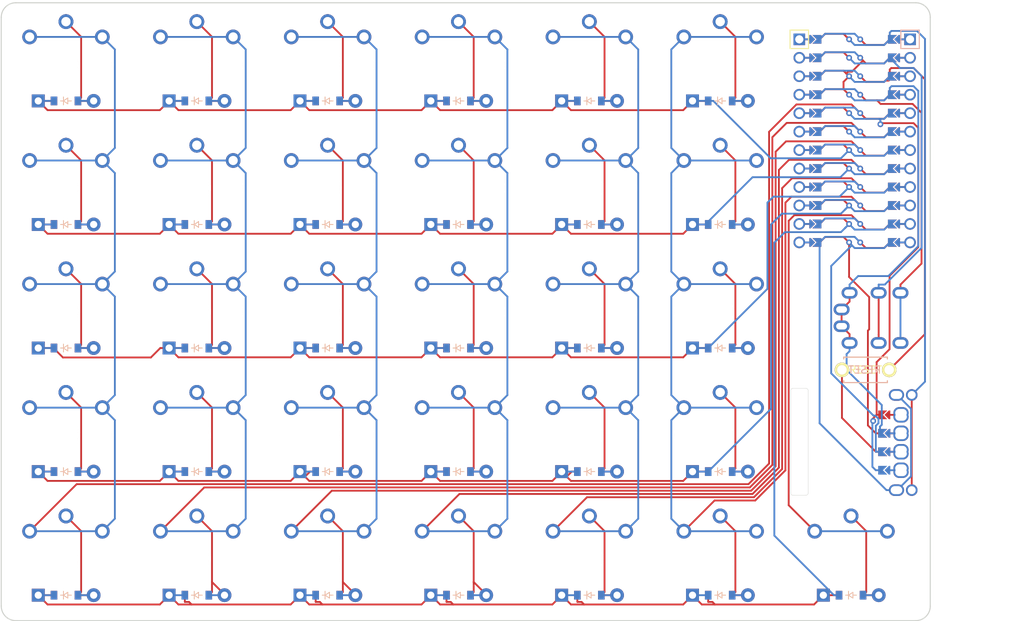
<source format=kicad_pcb>
(kicad_pcb (version 20211014) (generator pcbnew)
  (title_block (title "main") (rev "v1.0.0") (company "Unknown"))
  (layers (0 "F.Cu" signal) (31 "B.Cu" signal) (34 "B.Paste" user) (35 "F.Paste" user) (36 "B.SilkS" user "B.Silkscreen") (37 "F.SilkS" user "F.Silkscreen") (38 "B.Mask" user) (39 "F.Mask" user) (44 "Edge.Cuts" user))
  (net 0 "")
  (net 1 "P21")
  (net 2 "outer_mod")
  (net 3 "outer_bottom")
  (net 4 "outer_home")
  (net 5 "outer_top")
  (net 6 "outer_num")
  (net 7 "P20")
  (net 8 "pinky_mod")
  (net 9 "pinky_bottom")
  (net 10 "pinky_home")
  (net 11 "pinky_top")
  (net 12 "pinky_num")
  (net 13 "P19")
  (net 14 "ring_mod")
  (net 15 "ring_bottom")
  (net 16 "ring_home")
  (net 17 "ring_top")
  (net 18 "ring_num")
  (net 19 "P18")
  (net 20 "middle_mod")
  (net 21 "middle_bottom")
  (net 22 "middle_home")
  (net 23 "middle_top")
  (net 24 "middle_num")
  (net 25 "SCLK")
  (net 26 "index_mod")
  (net 27 "index_bottom")
  (net 28 "index_home")
  (net 29 "index_top")
  (net 30 "index_num")
  (net 31 "MISO")
  (net 32 "inner_mod")
  (net 33 "inner_bottom")
  (net 34 "inner_home")
  (net 35 "inner_top")
  (net 36 "inner_num")
  (net 37 "MOSI")
  (net 38 "extraInner_mod")
  (net 39 "P8")
  (net 40 "P7")
  (net 41 "P6")
  (net 42 "P5")
  (net 43 "P4")
  (net 44 "P1")
  (net 45 "P0")
  (net 46 "SDA")
  (net 47 "SCL")
  (net 48 "P9")
  (net 49 "RAW")
  (net 50 "GND")
  (net 51 "RST")
  (net 52 "VCC")
  (net 53 "P10")
  (footprint "kbd:ResetSW" (layer "F.Cu") (at 110 -26 180)
    (fp_text reference "B1" hide)
    (fp_text value "")
  )
  (footprint "PG1350" (layer "F.Cu") (at 72 -68)
    (fp_text reference "S25" hide)
    (fp_text value "" hide)
  )
  (footprint "ComboDiode" (layer "F.Cu") (at 18 -46)
    (fp_text reference "D9" hide)
    (fp_text value "" hide)
  )
  (footprint "PG1350" (layer "F.Cu") (at 18 -34)
    (fp_text reference "S8" hide)
    (fp_text value "" hide)
  )
  (footprint "ComboDiode" (layer "F.Cu") (at 18 -29)
    (fp_text reference "D8" hide)
    (fp_text value "" hide)
  )
  (footprint "ComboDiode" (layer "F.Cu") (at 0 5)
    (fp_text reference "D1" hide)
    (fp_text value "" hide)
  )
  (footprint "ComboDiode" (layer "F.Cu") (at 54 -29)
    (fp_text reference "D18" hide)
    (fp_text value "" hide)
  )
  (footprint "ComboDiode" (layer "F.Cu") (at 54 5)
    (fp_text reference "D16" hide)
    (fp_text value "" hide)
  )
  (footprint "PG1350" (layer "F.Cu") (at 90 -68)
    (fp_text reference "S30" hide)
    (fp_text value "" hide)
  )
  (footprint "Library:RollerEncoder" (layer "F.Cu") (at 109.5 -16 90)
    (fp_text reference "EN1")
    (fp_text value "EVQWGD001")
    (fp_line (start 7.148 -9.8) (end -6.948 -9.8) (layer "Edge.Cuts") (width 0.05))
    (fp_line (start -7.248 -7.7) (end -7.248 -9.5) (layer "Edge.Cuts") (width 0.05))
    (fp_line (start -6.952 -7.4) (end 7.148 -7.4) (layer "Edge.Cuts") (width 0.05))
    (fp_line (start 7.448 -7.7) (end 7.448 -9.5) (layer "Edge.Cuts") (width 0.05))
    (fp_arc (start 7.148 -9.8) (mid 7.360132 -9.712132) (end 7.448 -9.5) (layer "Edge.Cuts") (width 0.05))
    (fp_arc (start -6.948 -7.4) (mid -7.160132 -7.487868) (end -7.248 -7.7) (layer "Edge.Cuts") (width 0.05))
    (fp_arc (start 7.448 -7.7) (mid 7.360132 -7.487868) (end 7.148 -7.4) (layer "Edge.Cuts") (width 0.05))
    (fp_arc (start -7.248 -9.5) (mid -7.160132 -9.712132) (end -6.948 -9.8) (layer "Edge.Cuts") (width 0.05))
  )
  (footprint "ComboDiode" (layer "F.Cu") (at 0 -46)
    (fp_text reference "D4" hide)
    (fp_text value "" hide)
  )
  (footprint "TRRS-PJ-320A-dual" (layer "F.Cu") (at 118 -32 -90)
    (fp_text reference "TRRS1")
    (fp_text value "TRRS-PJ-320A-dual")
  )
  (footprint "PG1350" (layer "F.Cu") (at 72 0)
    (fp_text reference "S21" hide)
    (fp_text value "" hide)
  )
  (footprint "ComboDiode" (layer "F.Cu") (at 108 5)
    (fp_text reference "D31" hide)
    (fp_text value "" hide)
  )
  (footprint "PG1350" (layer "F.Cu") (at 72 -17)
    (fp_text reference "S22" hide)
    (fp_text value "" hide)
  )
  (footprint "ComboDiode" (layer "F.Cu") (at 18 5)
    (fp_text reference "D6" hide)
    (fp_text value "" hide)
  )
  (footprint "PG1350" (layer "F.Cu") (at 0 -34)
    (fp_text reference "S3" hide)
    (fp_text value "" hide)
  )
  (footprint "ComboDiode" (layer "F.Cu") (at 90 -46)
    (fp_text reference "D29" hide)
    (fp_text value "" hide)
  )
  (footprint "ComboDiode" (layer "F.Cu") (at 72 -29)
    (fp_text reference "D23" hide)
    (fp_text value "" hide)
  )
  (footprint "ComboDiode" (layer "F.Cu") (at 0 -29)
    (fp_text reference "D3" hide)
    (fp_text value "" hide)
  )
  (footprint "PG1350" (layer "F.Cu") (at 108 0)
    (fp_text reference "S31" hide)
    (fp_text value "" hide)
  )
  (footprint "ComboDiode" (layer "F.Cu") (at 36 -63)
    (fp_text reference "D15" hide)
    (fp_text value "" hide)
  )
  (footprint "PG1350" (layer "F.Cu") (at 18 0)
    (fp_text reference "S6" hide)
    (fp_text value "" hide)
  )
  (footprint "PG1350" (layer "F.Cu") (at 36 -51)
    (fp_text reference "S14" hide)
    (fp_text value "" hide)
  )
  (footprint "PG1350" (layer "F.Cu") (at 0 -51)
    (fp_text reference "S4" hide)
    (fp_text value "" hide)
  )
  (footprint "ComboDiode" (layer "F.Cu") (at 90 -12)
    (fp_text reference "D27" hide)
    (fp_text value "" hide)
  )
  (footprint "PG1350" (layer "F.Cu") (at 72 -51)
    (fp_text reference "S24" hide)
    (fp_text value "" hide)
  )
  (footprint "ComboDiode" (layer "F.Cu") (at 72 -46)
    (fp_text reference "D24" hide)
    (fp_text value "" hide)
  )
  (footprint "ComboDiode" (layer "F.Cu") (at 36 -29)
    (fp_text reference "D13" hide)
    (fp_text value "" hide)
  )
  (footprint "PG1350" (layer "F.Cu") (at 18 -51)
    (fp_text reference "S9" hide)
    (fp_text value "" hide)
  )
  (footprint "PG1350" (layer "F.Cu") (at 0 0)
    (fp_text reference "S1" hide)
    (fp_text value "" hide)
  )
  (footprint "ComboDiode" (layer "F.Cu") (at 0 -12)
    (fp_text reference "D2" hide)
    (fp_text value "" hide)
  )
  (footprint "PG1350" (layer "F.Cu") (at 0 -68)
    (fp_text reference "S5" hide)
    (fp_text value "" hide)
  )
  (footprint "ComboDiode" (layer "F.Cu") (at 36 5)
    (fp_text reference "D11" hide)
    (fp_text value "" hide)
  )
  (footprint "ComboDiode" (layer "F.Cu") (at 90 -63)
    (fp_text reference "D30" hide)
    (fp_text value "" hide)
  )
  (footprint "PG1350" (layer "F.Cu") (at 54 -68)
    (fp_text reference "S20" hide)
    (fp_text value "" hide)
  )
  (footprint "PG1350" (layer "F.Cu") (at 54 -51)
    (fp_text reference "S19" hide)
    (fp_text value "" hide)
  )
  (footprint "PG1350" (layer "F.Cu") (at 72 -34)
    (fp_text reference "S23" hide)
    (fp_text value "" hide)
  )
  (footprint "ComboDiode" (layer "F.Cu") (at 72 -63)
    (fp_text reference "D25" hide)
    (fp_text value "" hide)
  )
  (footprint "ComboDiode" (layer "F.Cu") (at 90 -29)
    (fp_text reference "D28" hide)
    (fp_text value "" hide)
  )
  (footprint "PG1350" (layer "F.Cu") (at 90 0)
    (fp_text reference "S26" hide)
    (fp_text value "" hide)
  )
  (footprint "PG1350" (layer "F.Cu") (at 54 -34)
    (fp_text reference "S18" hide)
    (fp_text value "" hide)
  )
  (footprint "PG1350" (layer "F.Cu") (at 90 -34)
    (fp_text reference "S28" hide)
    (fp_text value "" hide)
  )
  (footprint "PG1350" (layer "F.Cu") (at 18 -68)
    (fp_text reference "S10" hide)
    (fp_text value "" hide)
  )
  (footprint "ComboDiode" (layer "F.Cu") (at 54 -63)
    (fp_text reference "D20" hide)
    (fp_text value "" hide)
  )
  (footprint "PG1350" (layer "F.Cu") (at 90 -17)
    (fp_text reference "S27" hide)
    (fp_text value "" hide)
  )
  (footprint "ComboDiode" (layer "F.Cu") (at 36 -12)
    (fp_text reference "D12" hide)
    (fp_text value "" hide)
  )
  (footprint "ComboDiode" (layer "F.Cu") (at 36 -46)
    (fp_text reference "D14" hide)
    (fp_text value "" hide)
  )
  (footprint "ComboDiode" (layer "F.Cu") (at 0 -63)
    (fp_text reference "D5" hide)
    (fp_text value "" hide)
  )
  (footprint "PG1350" (layer "F.Cu") (at 18 -17)
    (fp_text reference "S7" hide)
    (fp_text value "" hide)
  )
  (footprint "ComboDiode" (layer "F.Cu") (at 72 -12)
    (fp_text reference "D22" hide)
    (fp_text value "" hide)
  )
  (footprint "ComboDiode" (layer "F.Cu") (at 18 -12)
    (fp_text reference "D7" hide)
    (fp_text value "" hide)
  )
  (footprint "ComboDiode" (layer "F.Cu") (at 90 5)
    (fp_text reference "D26" hide)
    (fp_text value "" hide)
  )
  (footprint "ComboDiode" (layer "F.Cu") (at 54 -12)
    (fp_text reference "D17" hide)
    (fp_text value "" hide)
  )
  (footprint "ComboDiode" (layer "F.Cu") (at 18 -63)
    (fp_text reference "D10" hide)
    (fp_text value "" hide)
  )
  (footprint "ComboDiode" (layer "F.Cu") (at 72 5)
    (fp_text reference "D21" hide)
    (fp_text value "" hide)
  )
  (footprint "PG1350" (layer "F.Cu") (at 36 -17)
    (fp_text reference "S12" hide)
    (fp_text value "" hide)
  )
  (footprint "PG1350" (layer "F.Cu") (at 90 -51)
    (fp_text reference "S29" hide)
    (fp_text value "" hide)
  )
  (footprint "PG1350" (layer "F.Cu") (at 36 -34)
    (fp_text reference "S13" hide)
    (fp_text value "" hide)
  )
  (footprint "PG1350" (layer "F.Cu") (at 36 0)
    (fp_text reference "S11" hide)
    (fp_text value "" hide)
  )
  (footprint "PG1350" (layer "F.Cu") (at 0 -17)
    (fp_text reference "S2" hide)
    (fp_text value "" hide)
  )
  (footprint "PG1350" (layer "F.Cu") (at 36 -68)
    (fp_text reference "S15" hide)
    (fp_text value "" hide)
  )
  (footprint "ComboDiode" (layer "F.Cu") (at 54 -46)
    (fp_text reference "D19" hide)
    (fp_text value "" hide)
  )
  (footprint "PG1350" (layer "F.Cu") (at 54 -17)
    (fp_text reference "S17" hide)
    (fp_text value "" hide)
  )
  (footprint "PG1350" (layer "F.Cu") (at 54 0)
    (fp_text reference "S16" hide)
    (fp_text value "" hide)
  )
  (footprint "ProMicro" (layer "B.Cu") (at 108.5 -57.5 -90)
    (fp_text reference "MCU1" hide)
    (fp_text value "")
  )
  (gr_arc (start 116.9 -76.5) (mid 118.314214 -75.914214) (end 118.9 -74.5) (layer "Edge.Cuts") (width 0.15))
  (gr_arc (start -8.9 -74.5) (mid -8.314214 -75.914214) (end -6.9 -76.5) (layer "Edge.Cuts") (width 0.15))
  (gr_line (start 116.9 -76.5) (end -6.9 -76.5) (layer "Edge.Cuts") (width 0.15))
  (gr_line (start 118.9 6.5) (end 118.9 -74.5) (layer "Edge.Cuts") (width 0.15))
  (gr_line (start -6.9 8.5) (end 116.9 8.5) (layer "Edge.Cuts") (width 0.15))
  (gr_arc (start -6.9 8.5) (mid -8.314214 7.914214) (end -8.9 6.5) (layer "Edge.Cuts") (width 0.15))
  (gr_arc (start 118.9 6.5) (mid 118.314214 7.914214) (end 116.9 8.5) (layer "Edge.Cuts") (width 0.15))
  (gr_line (start -8.9 -74.5) (end -8.9 6.5) (layer "Edge.Cuts") (width 0.15))
  (segment (start 96.7254 -58.7457) (end 100.493 -62.5133) (width 0.25) (layer "F.Cu") (net 1))
  (segment (start 110.028 -60.544) (end 112.56 -60.544) (width 0.25) (layer "F.Cu") (net 1))
  (segment (start 1.4735 -10.2735) (end 93.8894 -10.2735) (width 0.25) (layer "F.Cu") (net 1))
  (segment (start 100.493 -62.5133) (end 108.059 -62.5133) (width 0.25) (layer "F.Cu") (net 1))
  (segment (start 109.262 -61.31) (end 110.028 -60.544) (width 0.25) (layer "F.Cu") (net 1))
  (segment (start -5 -3.8) (end 1.4735 -10.2735) (width 0.25) (layer "F.Cu") (net 1))
  (segment (start 112.56 -60.544) (end 113.326 -61.31) (width 0.25) (layer "F.Cu") (net 1))
  (segment (start 93.8894 -10.2735) (end 96.7254 -13.1095) (width 0.25) (layer "F.Cu") (net 1))
  (segment (start 96.7254 -13.1095) (end 96.7254 -58.7457) (width 0.25) (layer "F.Cu") (net 1))
  (segment (start 108.059 -62.5133) (end 109.262 -61.31) (width 0.25) (layer "F.Cu") (net 1))
  (via (at 109.262 -61.31) (size 0.8) (drill 0.4) (layers "F.Cu" "B.Cu") (net 1))
  (segment (start 6.7254 -19.0746) (end 6.7254 -5.5254) (width 0.25) (layer "B.Cu") (net 1))
  (segment (start 108.496 -62.076) (end 104.44 -62.076) (width 0.25) (layer "B.Cu") (net 1))
  (segment (start -5 -71.8) (end 5 -71.8) (width 0.25) (layer "B.Cu") (net 1))
  (segment (start 6.7254 -56.5254) (end 5 -54.8) (width 0.25) (layer "B.Cu") (net 1))
  (segment (start 6.7254 -22.5254) (end 5 -20.8) (width 0.25) (layer "B.Cu") (net 1))
  (segment (start 109.262 -61.31) (end 108.496 -62.076) (width 0.25) (layer "B.Cu") (net 1))
  (segment (start -5 -37.8) (end 5 -37.8) (width 0.25) (layer "B.Cu") (net 1))
  (segment (start 5 -71.8) (end 6.7254 -70.0746) (width 0.25) (layer "B.Cu") (net 1))
  (segment (start 6.7254 -53.0746) (end 6.7254 -39.5254) (width 0.25) (layer "B.Cu") (net 1))
  (segment (start 6.7254 -70.0746) (end 6.7254 -56.5254) (width 0.25) (layer "B.Cu") (net 1))
  (segment (start -5 -54.8) (end 5 -54.8) (width 0.25) (layer "B.Cu") (net 1))
  (segment (start 104.44 -62.076) (end 103.674 -61.31) (width 0.25) (layer "B.Cu") (net 1))
  (segment (start 5 -37.8) (end 6.7254 -36.0746) (width 0.25) (layer "B.Cu") (net 1))
  (segment (start 5 -20.8) (end 6.7254 -19.0746) (width 0.25) (layer "B.Cu") (net 1))
  (segment (start 6.7254 -36.0746) (end 6.7254 -22.5254) (width 0.25) (layer "B.Cu") (net 1))
  (segment (start 5 -54.8) (end 6.7254 -53.0746) (width 0.25) (layer "B.Cu") (net 1))
  (segment (start 6.7254 -5.5254) (end 5 -3.8) (width 0.25) (layer "B.Cu") (net 1))
  (segment (start -5 -20.8) (end 5 -20.8) (width 0.25) (layer "B.Cu") (net 1))
  (segment (start -5 -3.8) (end 5 -3.8) (width 0.25) (layer "B.Cu") (net 1))
  (segment (start 6.7254 -39.5254) (end 5 -37.8) (width 0.25) (layer "B.Cu") (net 1))
  (segment (start 1.65 5) (end 3.81 5) (width 0.25) (layer "F.Cu") (net 2))
  (segment (start 2.089 4.561) (end 1.65 5) (width 0.25) (layer "F.Cu") (net 2))
  (segment (start 2.089 -3.811) (end 2.089 4.561) (width 0.25) (layer "F.Cu") (net 2))
  (segment (start 0 -5.9) (end 2.089 -3.811) (width 0.25) (layer "F.Cu") (net 2))
  (segment (start 3.81 5) (end 1.65 5) (width 0.25) (layer "B.Cu") (net 2))
  (segment (start 1.65 -12) (end 2.089 -12.439) (width 0.25) (layer "F.Cu") (net 3))
  (segment (start 2.089 -12.439) (end 2.089 -20.811) (width 0.25) (layer "F.Cu") (net 3))
  (segment (start 3.81 -12) (end 1.65 -12) (width 0.25) (layer "F.Cu") (net 3))
  (segment (start 2.089 -20.811) (end 0 -22.9) (width 0.25) (layer "F.Cu") (net 3))
  (segment (start 3.81 -12) (end 1.65 -12) (width 0.25) (layer "B.Cu") (net 3))
  (segment (start 2.089 -29.439) (end 1.65 -29) (width 0.25) (layer "F.Cu") (net 4))
  (segment (start 0 -39.9) (end 2.089 -37.811) (width 0.25) (layer "F.Cu") (net 4))
  (segment (start 2.089 -37.811) (end 2.089 -29.439) (width 0.25) (layer "F.Cu") (net 4))
  (segment (start 3.81 -29) (end 1.65 -29) (width 0.25) (layer "F.Cu") (net 4))
  (segment (start 3.81 -29) (end 1.65 -29) (width 0.25) (layer "B.Cu") (net 4))
  (segment (start 2.089 -54.811) (end 2.089 -46.439) (width 0.25) (layer "F.Cu") (net 5))
  (segment (start 0 -56.9) (end 2.089 -54.811) (width 0.25) (layer "F.Cu") (net 5))
  (segment (start 2.089 -46.439) (end 1.65 -46) (width 0.25) (layer "F.Cu") (net 5))
  (segment (start 3.81 -46) (end 1.65 -46) (width 0.25) (layer "F.Cu") (net 5))
  (segment (start 3.81 -46) (end 1.65 -46) (width 0.25) (layer "B.Cu") (net 5))
  (segment (start 1.65 -63) (end 3.81 -63) (width 0.25) (layer "F.Cu") (net 6))
  (segment (start 2.089 -63.439) (end 1.65 -63) (width 0.25) (layer "F.Cu") (net 6))
  (segment (start 2.089 -71.811) (end 2.089 -63.439) (width 0.25) (layer "F.Cu") (net 6))
  (segment (start 0 -73.9) (end 2.089 -71.811) (width 0.25) (layer "F.Cu") (net 6))
  (segment (start 3.81 -63) (end 1.65 -63) (width 0.25) (layer "B.Cu") (net 6))
  (segment (start 110.028 -58.004) (end 112.56 -58.004) (width 0.25) (layer "F.Cu") (net 7))
  (segment (start 13 -3.8) (end 19.0239 -9.824) (width 0.25) (layer "F.Cu") (net 7))
  (segment (start 112.56 -58.004) (end 113.326 -58.77) (width 0.25) (layer "F.Cu") (net 7))
  (segment (start 94.0756 -9.824) (end 97.1749 -12.9233) (width 0.25) (layer "F.Cu") (net 7))
  (segment (start 108.059 -59.9733) (end 109.262 -58.77) (width 0.25) (layer "F.Cu") (net 7))
  (segment (start 97.1749 -12.9233) (end 97.1749 -58) (width 0.25) (layer "F.Cu") (net 7))
  (segment (start 97.1749 -58) (end 99.1482 -59.9733) (width 0.25) (layer "F.Cu") (net 7))
  (segment (start 99.1482 -59.9733) (end 108.059 -59.9733) (width 0.25) (layer "F.Cu") (net 7))
  (segment (start 109.262 -58.77) (end 110.028 -58.004) (width 0.25) (layer "F.Cu") (net 7))
  (segment (start 19.0239 -9.824) (end 94.0756 -9.824) (width 0.25) (layer "F.Cu") (net 7))
  (via (at 109.262 -58.77) (size 0.8) (drill 0.4) (layers "F.Cu" "B.Cu") (net 7))
  (segment (start 13 -3.8) (end 23 -3.8) (width 0.25) (layer "B.Cu") (net 7))
  (segment (start 104.44 -59.536) (end 103.674 -58.77) (width 0.25) (layer "B.Cu") (net 7))
  (segment (start 24.7254 -5.5254) (end 24.7254 -19.0746) (width 0.25) (layer "B.Cu") (net 7))
  (segment (start 23 -37.8) (end 13 -37.8) (width 0.25) (layer "B.Cu") (net 7))
  (segment (start 13 -20.8) (end 23 -20.8) (width 0.25) (layer "B.Cu") (net 7))
  (segment (start 109.262 -58.77) (end 108.496 -59.536) (width 0.25) (layer "B.Cu") (net 7))
  (segment (start 108.496 -59.536) (end 104.44 -59.536) (width 0.25) (layer "B.Cu") (net 7))
  (segment (start 24.7254 -22.5254) (end 23 -20.8) (width 0.25) (layer "B.Cu") (net 7))
  (segment (start 24.7254 -70.0746) (end 24.7254 -56.5254) (width 0.25) (layer "B.Cu") (net 7))
  (segment (start 24.7254 -56.5254) (end 23 -54.8) (width 0.25) (layer "B.Cu") (net 7))
  (segment (start 13 -54.8) (end 23 -54.8) (width 0.25) (layer "B.Cu") (net 7))
  (segment (start 23 -37.8) (end 24.7254 -36.0746) (width 0.25) (layer "B.Cu") (net 7))
  (segment (start 23 -54.8) (end 24.7254 -53.0746) (width 0.25) (layer "B.Cu") (net 7))
  (segment (start 13 -71.8) (end 23 -71.8) (width 0.25) (layer "B.Cu") (net 7))
  (segment (start 24.7254 -39.5254) (end 23 -37.8) (width 0.25) (layer "B.Cu") (net 7))
  (segment (start 24.7254 -53.0746) (end 24.7254 -39.5254) (width 0.25) (layer "B.Cu") (net 7))
  (segment (start 23 -3.8) (end 24.7254 -5.5254) (width 0.25) (layer "B.Cu") (net 7))
  (segment (start 24.7254 -19.0746) (end 23 -20.8) (width 0.25) (layer "B.Cu") (net 7))
  (segment (start 23 -71.8) (end 24.7254 -70.0746) (width 0.25) (layer "B.Cu") (net 7))
  (segment (start 24.7254 -36.0746) (end 24.7254 -22.5254) (width 0.25) (layer "B.Cu") (net 7))
  (segment (start 20.089 -3.811) (end 20.089 3.1878) (width 0.25) (layer "F.Cu") (net 8))
  (segment (start 20.089 3.1878) (end 21.81 4.9088) (width 0.25) (layer "F.Cu") (net 8))
  (segment (start 20.089 4.561) (end 19.65 5) (width 0.25) (layer "F.Cu") (net 8))
  (segment (start 21.81 4.9088) (end 21.81 5) (width 0.25) (layer "F.Cu") (net 8))
  (segment (start 20.089 3.1878) (end 20.089 4.561) (width 0.25) (layer "F.Cu") (net 8))
  (segment (start 18 -5.9) (end 20.089 -3.811) (width 0.25) (layer "F.Cu") (net 8))
  (segment (start 19.65 5) (end 21.81 5) (width 0.25) (layer "B.Cu") (net 8))
  (segment (start 21.81 -12) (end 19.65 -12) (width 0.25) (layer "F.Cu") (net 9))
  (segment (start 19.65 -12) (end 20.089 -12.439) (width 0.25) (layer "F.Cu") (net 9))
  (segment (start 20.089 -20.811) (end 18 -22.9) (width 0.25) (layer "F.Cu") (net 9))
  (segment (start 20.089 -12.439) (end 20.089 -20.811) (width 0.25) (layer "F.Cu") (net 9))
  (segment (start 21.81 -12) (end 19.65 -12) (width 0.25) (layer "B.Cu") (net 9))
  (segment (start 20.089 -29.439) (end 19.65 -29) (width 0.25) (layer "F.Cu") (net 10))
  (segment (start 21.81 -29) (end 19.65 -29) (width 0.25) (layer "F.Cu") (net 10))
  (segment (start 18 -39.9) (end 20.089 -37.811) (width 0.25) (layer "F.Cu") (net 10))
  (segment (start 20.089 -37.811) (end 20.089 -29.439) (width 0.25) (layer "F.Cu") (net 10))
  (segment (start 21.81 -29) (end 19.65 -29) (width 0.25) (layer "B.Cu") (net 10))
  (segment (start 20.089 -46.439) (end 19.65 -46) (width 0.25) (layer "F.Cu") (net 11))
  (segment (start 20.089 -54.811) (end 20.089 -46.439) (width 0.25) (layer "F.Cu") (net 11))
  (segment (start 18 -56.9) (end 20.089 -54.811) (width 0.25) (layer "F.Cu") (net 11))
  (segment (start 21.81 -46) (end 19.65 -46) (width 0.25) (layer "F.Cu") (net 11))
  (segment (start 21.81 -46) (end 19.65 -46) (width 0.25) (layer "B.Cu") (net 11))
  (segment (start 19.65 -63) (end 20.089 -63.439) (width 0.25) (layer "F.Cu") (net 12))
  (segment (start 19.65 -63) (end 21.81 -63) (width 0.25) (layer "F.Cu") (net 12))
  (segment (start 20.089 -63.439) (end 20.089 -71.811) (width 0.25) (layer "F.Cu") (net 12))
  (segment (start 20.089 -71.811) (end 18 -73.9) (width 0.25) (layer "F.Cu") (net 12))
  (segment (start 21.81 -63) (end 19.65 -63) (width 0.25) (layer "B.Cu") (net 12))
  (segment (start 99.0578 -57.4333) (end 108.059 -57.4333) (width 0.25) (layer "F.Cu") (net 13))
  (segment (start 109.262 -56.23) (end 110.028 -55.464) (width 0.25) (layer "F.Cu") (net 13))
  (segment (start 112.56 -55.464) (end 113.326 -56.23) (width 0.25) (layer "F.Cu") (net 13))
  (segment (start 97.6245 -12.7371) (end 97.6245 -56) (width 0.25) (layer "F.Cu") (net 13))
  (segment (start 36.5744 -9.3744) (end 94.2618 -9.3744) (width 0.25) (layer "F.Cu") (net 13))
  (segment (start 97.6245 -56) (end 99.0578 -57.4333) (width 0.25) (layer "F.Cu") (net 13))
  (segment (start 94.2618 -9.3744) (end 97.6245 -12.7371) (width 0.25) (layer "F.Cu") (net 13))
  (segment (start 31 -3.8) (end 36.5744 -9.3744) (width 0.25) (layer "F.Cu") (net 13))
  (segment (start 108.059 -57.4333) (end 109.262 -56.23) (width 0.25) (layer "F.Cu") (net 13))
  (segment (start 110.028 -55.464) (end 112.56 -55.464) (width 0.25) (layer "F.Cu") (net 13))
  (via (at 109.262 -56.23) (size 0.8) (drill 0.4) (layers "F.Cu" "B.Cu") (net 13))
  (segment (start 109.262 -56.23) (end 108.496 -56.996) (width 0.25) (layer "B.Cu") (net 13))
  (segment (start 42.7254 -5.5254) (end 41 -3.8) (width 0.25) (layer "B.Cu") (net 13))
  (segment (start 41 -71.8) (end 31 -71.8) (width 0.25) (layer "B.Cu") (net 13))
  (segment (start 31 -20.8) (end 41 -20.8) (width 0.25) (layer "B.Cu") (net 13))
  (segment (start 41 -37.8) (end 42.7254 -36.0746) (width 0.25) (layer "B.Cu") (net 13))
  (segment (start 41 -54.8) (end 42.7254 -56.5254) (width 0.25) (layer "B.Cu") (net 13))
  (segment (start 31 -54.8) (end 41 -54.8) (width 0.25) (layer "B.Cu") (net 13))
  (segment (start 104.44 -56.996) (end 103.674 -56.23) (width 0.25) (layer "B.Cu") (net 13))
  (segment (start 42.7254 -19.0746) (end 42.7254 -5.5254) (width 0.25) (layer "B.Cu") (net 13))
  (segment (start 42.7254 -56.5254) (end 42.7254 -70.0746) (width 0.25) (layer "B.Cu") (net 13))
  (segment (start 42.7254 -22.5254) (end 41 -20.8) (width 0.25) (layer "B.Cu") (net 13))
  (segment (start 42.7254 -53.0746) (end 41 -54.8) (width 0.25) (layer "B.Cu") (net 13))
  (segment (start 31 -3.8) (end 41 -3.8) (width 0.25) (layer "B.Cu") (net 13))
  (segment (start 108.496 -56.996) (end 104.44 -56.996) (width 0.25) (layer "B.Cu") (net 13))
  (segment (start 41 -20.8) (end 42.7254 -19.0746) (width 0.25) (layer "B.Cu") (net 13))
  (segment (start 42.7254 -70.0746) (end 41 -71.8) (width 0.25) (layer "B.Cu") (net 13))
  (segment (start 42.7254 -39.5254) (end 42.7254 -53.0746) (width 0.25) (layer "B.Cu") (net 13))
  (segment (start 42.7254 -36.0746) (end 42.7254 -22.5254) (width 0.25) (layer "B.Cu") (net 13))
  (segment (start 41 -37.8) (end 42.7254 -39.5254) (width 0.25) (layer "B.Cu") (net 13))
  (segment (start 41 -37.8) (end 31 -37.8) (width 0.25) (layer "B.Cu") (net 13))
  (segment (start 38.089 4.561) (end 37.65 5) (width 0.25) (layer "F.Cu") (net 14))
  (segment (start 36 -5.9) (end 38.089 -3.811) (width 0.25) (layer "F.Cu") (net 14))
  (segment (start 38.089 -3.811) (end 38.089 3.1878) (width 0.25) (layer "F.Cu") (net 14))
  (segment (start 38.089 3.1878) (end 38.089 4.561) (width 0.25) (layer "F.Cu") (net 14))
  (segment (start 38.089 3.1878) (end 39.81 4.9088) (width 0.25) (layer "F.Cu") (net 14))
  (segment (start 39.81 4.9088) (end 39.81 5) (width 0.25) (layer "F.Cu") (net 14))
  (segment (start 37.65 5) (end 39.81 5) (width 0.25) (layer "B.Cu") (net 14))
  (segment (start 36 -22.9) (end 38.089 -20.811) (width 0.25) (layer "F.Cu") (net 15))
  (segment (start 38.089 -12.439) (end 37.65 -12) (width 0.25) (layer "F.Cu") (net 15))
  (segment (start 38.089 -20.811) (end 38.089 -12.439) (width 0.25) (layer "F.Cu") (net 15))
  (segment (start 39.81 -12) (end 37.65 -12) (width 0.25) (layer "F.Cu") (net 15))
  (segment (start 39.81 -12) (end 37.65 -12) (width 0.25) (layer "B.Cu") (net 15))
  (segment (start 36 -39.9) (end 38.089 -37.811) (width 0.25) (layer "F.Cu") (net 16))
  (segment (start 38.089 -37.811) (end 38.089 -29.439) (width 0.25) (layer "F.Cu") (net 16))
  (segment (start 38.089 -29.439) (end 37.65 -29) (width 0.25) (layer "F.Cu") (net 16))
  (segment (start 39.81 -29) (end 37.65 -29) (width 0.25) (layer "F.Cu") (net 16))
  (segment (start 39.81 -29) (end 37.65 -29) (width 0.25) (layer "B.Cu") (net 16))
  (segment (start 38.089 -46.439) (end 37.65 -46) (width 0.25) (layer "F.Cu") (net 17))
  (segment (start 36 -56.9) (end 38.089 -54.811) (width 0.25) (layer "F.Cu") (net 17))
  (segment (start 39.81 -46) (end 37.65 -46) (width 0.25) (layer "F.Cu") (net 17))
  (segment (start 38.089 -54.811) (end 38.089 -46.439) (width 0.25) (layer "F.Cu") (net 17))
  (segment (start 39.81 -46) (end 37.65 -46) (width 0.25) (layer "B.Cu") (net 17))
  (segment (start 36 -73.9) (end 38.089 -71.811) (width 0.25) (layer "F.Cu") (net 18))
  (segment (start 38.089 -71.811) (end 38.089 -63.439) (width 0.25) (layer "F.Cu") (net 18))
  (segment (start 38.089 -63.439) (end 37.65 -63) (width 0.25) (layer "F.Cu") (net 18))
  (segment (start 37.65 -63) (end 39.81 -63) (width 0.25) (layer "F.Cu") (net 18))
  (segment (start 39.81 -63) (end 37.65 -63) (width 0.25) (layer "B.Cu") (net 18))
  (segment (start 109.262 -53.69) (end 110.028 -52.924) (width 0.25) (layer "F.Cu") (net 19))
  (segment (start 99.4673 -54.8933) (end 108.059 -54.8933) (width 0.25) (layer "F.Cu") (net 19))
  (segment (start 98.074 -53.5) (end 99.4673 -54.8933) (width 0.25) (layer "F.Cu") (net 19))
  (segment (start 54.1249 -8.9249) (end 94.448 -8.9249) (width 0.25) (layer "F.Cu") (net 19))
  (segment (start 94.448 -8.9249) (end 98.074 -12.5509) (width 0.25) (layer "F.Cu") (net 19))
  (segment (start 112.56 -52.924) (end 113.326 -53.69) (width 0.25) (layer "F.Cu") (net 19))
  (segment (start 108.059 -54.8933) (end 109.262 -53.69) (width 0.25) (layer "F.Cu") (net 19))
  (segment (start 110.028 -52.924) (end 112.56 -52.924) (width 0.25) (layer "F.Cu") (net 19))
  (segment (start 98.074 -12.5509) (end 98.074 -53.5) (width 0.25) (layer "F.Cu") (net 19))
  (segment (start 49 -3.8) (end 54.1249 -8.9249) (width 0.25) (layer "F.Cu") (net 19))
  (via (at 109.262 -53.69) (size 0.8) (drill 0.4) (layers "F.Cu" "B.Cu") (net 19))
  (segment (start 60.7254 -5.5254) (end 59 -3.8) (width 0.25) (layer "B.Cu") (net 19))
  (segment (start 60.7254 -39.5254) (end 60.7254 -53.0746) (width 0.25) (layer "B.Cu") (net 19))
  (segment (start 49 -54.8) (end 59 -54.8) (width 0.25) (layer "B.Cu") (net 19))
  (segment (start 104.44 -54.456) (end 103.674 -53.69) (width 0.25) (layer "B.Cu") (net 19))
  (segment (start 59 -20.8) (end 60.7254 -19.0746) (width 0.25) (layer "B.Cu") (net 19))
  (segment (start 60.7254 -56.5254) (end 60.7254 -70.0746) (width 0.25) (layer "B.Cu") (net 19))
  (segment (start 60.7254 -70.0746) (end 59 -71.8) (width 0.25) (layer "B.Cu") (net 19))
  (segment (start 49 -37.8) (end 59 -37.8) (width 0.25) (layer "B.Cu") (net 19))
  (segment (start 49 -3.8) (end 59 -3.8) (width 0.25) (layer "B.Cu") (net 19))
  (segment (start 60.7254 -53.0746) (end 59 -54.8) (width 0.25) (layer "B.Cu") (net 19))
  (segment (start 59 -37.8) (end 60.7254 -39.5254) (width 0.25) (layer "B.Cu") (net 19))
  (segment (start 60.7254 -22.5254) (end 59 -20.8) (width 0.25) (layer "B.Cu") (net 19))
  (segment (start 60.7254 -19.0746) (end 60.7254 -5.5254) (width 0.25) (layer "B.Cu") (net 19))
  (segment (start 108.496 -54.456) (end 104.44 -54.456) (width 0.25) (layer "B.Cu") (net 19))
  (segment (start 59 -37.8) (end 60.7254 -36.0746) (width 0.25) (layer "B.Cu") (net 19))
  (segment (start 59 -54.8) (end 60.7254 -56.5254) (width 0.25) (layer "B.Cu") (net 19))
  (segment (start 59 -71.8) (end 49 -71.8) (width 0.25) (layer "B.Cu") (net 19))
  (segment (start 49 -20.8) (end 59 -20.8) (width 0.25) (layer "B.Cu") (net 19))
  (segment (start 109.262 -53.69) (end 108.496 -54.456) (width 0.25) (layer "B.Cu") (net 19))
  (segment (start 60.7254 -36.0746) (end 60.7254 -22.5254) (width 0.25) (layer "B.Cu") (net 19))
  (segment (start 56.089 -3.811) (end 56.089 3.1878) (width 0.25) (layer "F.Cu") (net 20))
  (segment (start 57.81 4.9088) (end 57.81 5) (width 0.25) (layer "F.Cu") (net 20))
  (segment (start 54 -5.9) (end 56.089 -3.811) (width 0.25) (layer "F.Cu") (net 20))
  (segment (start 56.089 3.1878) (end 57.81 4.9088) (width 0.25) (layer "F.Cu") (net 20))
  (segment (start 56.089 3.1878) (end 56.089 4.561) (width 0.25) (layer "F.Cu") (net 20))
  (segment (start 56.089 4.561) (end 55.65 5) (width 0.25) (layer "F.Cu") (net 20))
  (segment (start 55.65 5) (end 57.81 5) (width 0.25) (layer "B.Cu") (net 20))
  (segment (start 56.089 -12.439) (end 56.089 -20.811) (width 0.25) (layer "F.Cu") (net 21))
  (segment (start 56.089 -20.811) (end 54 -22.9) (width 0.25) (layer "F.Cu") (net 21))
  (segment (start 55.65 -12) (end 56.089 -12.439) (width 0.25) (layer "F.Cu") (net 21))
  (segment (start 57.81 -12) (end 55.65 -12) (width 0.25) (layer "F.Cu") (net 21))
  (segment (start 57.81 -12) (end 55.65 -12) (width 0.25) (layer "B.Cu") (net 21))
  (segment (start 54 -39.9) (end 56.089 -37.811) (width 0.25) (layer "F.Cu") (net 22))
  (segment (start 56.089 -37.811) (end 56.089 -29.439) (width 0.25) (layer "F.Cu") (net 22))
  (segment (start 57.81 -29) (end 55.65 -29) (width 0.25) (layer "F.Cu") (net 22))
  (segment (start 56.089 -29.439) (end 55.65 -29) (width 0.25) (layer "F.Cu") (net 22))
  (segment (start 57.81 -29) (end 55.65 -29) (width 0.25) (layer "B.Cu") (net 22))
  (segment (start 57.81 -46) (end 55.65 -46) (width 0.25) (layer "F.Cu") (net 23))
  (segment (start 54 -56.9) (end 56.089 -54.811) (width 0.25) (layer "F.Cu") (net 23))
  (segment (start 56.089 -54.811) (end 56.089 -46.439) (width 0.25) (layer "F.Cu") (net 23))
  (segment (start 56.089 -46.439) (end 55.65 -46) (width 0.25) (layer "F.Cu") (net 23))
  (segment (start 57.81 -46) (end 55.65 -46) (width 0.25) (layer "B.Cu") (net 23))
  (segment (start 56.089 -63.439) (end 56.089 -71.811) (width 0.25) (layer "F.Cu") (net 24))
  (segment (start 55.65 -63) (end 56.089 -63.439) (width 0.25) (layer "F.Cu") (net 24))
  (segment (start 56.089 -71.811) (end 54 -73.9) (width 0.25) (layer "F.Cu") (net 24))
  (segment (start 55.65 -63) (end 57.81 -63) (width 0.25) (layer "F.Cu") (net 24))
  (segment (start 57.81 -63) (end 55.65 -63) (width 0.25) (layer "B.Cu") (net 24))
  (segment (start 108.059 -52.3533) (end 109.262 -51.15) (width 0.25) (layer "F.Cu") (net 25))
  (segment (start 99.8768 -52.3533) (end 108.059 -52.3533) (width 0.25) (layer "F.Cu") (net 25))
  (segment (start 67 -3.8) (end 71.6754 -8.4754) (width 0.25) (layer "F.Cu") (net 25))
  (segment (start 110.028 -50.384) (end 112.56 -50.384) (width 0.25) (layer "F.Cu") (net 25))
  (segment (start 98.5235 -12.3647) (end 98.5235 -51) (width 0.25) (layer "F.Cu") (net 25))
  (segment (start 71.6754 -8.4754) (end 94.6342 -8.4754) (width 0.25) (layer "F.Cu") (net 25))
  (segment (start 112.56 -50.384) (end 113.326 -51.15) (width 0.25) (layer "F.Cu") (net 25))
  (segment (start 94.6342 -8.4754) (end 98.5235 -12.3647) (width 0.25) (layer "F.Cu") (net 25))
  (segment (start 109.262 -51.15) (end 110.028 -50.384) (width 0.25) (layer "F.Cu") (net 25))
  (segment (start 98.5235 -51) (end 99.8768 -52.3533) (width 0.25) (layer "F.Cu") (net 25))
  (via (at 109.262 -51.15) (size 0.8) (drill 0.4) (layers "F.Cu" "B.Cu") (net 25))
  (segment (start 77 -37.8) (end 78.7254 -39.5254) (width 0.25) (layer "B.Cu") (net 25))
  (segment (start 78.7254 -53.0746) (end 77 -54.8) (width 0.25) (layer "B.Cu") (net 25))
  (segment (start 78.7254 -56.5254) (end 78.7254 -70.0746) (width 0.25) (layer "B.Cu") (net 25))
  (segment (start 77 -54.8) (end 78.7254 -56.5254) (width 0.25) (layer "B.Cu") (net 25))
  (segment (start 78.7254 -5.5254) (end 78.7254 -19.0746) (width 0.25) (layer "B.Cu") (net 25))
  (segment (start 104.44 -51.916) (end 103.674 -51.15) (width 0.25) (layer "B.Cu") (net 25))
  (segment (start 78.7254 -22.5254) (end 78.7254 -36.0746) (width 0.25) (layer "B.Cu") (net 25))
  (segment (start 77 -71.8) (end 67 -71.8) (width 0.25) (layer "B.Cu") (net 25))
  (segment (start 78.7254 -70.0746) (end 77 -71.8) (width 0.25) (layer "B.Cu") (net 25))
  (segment (start 77 -20.8) (end 67 -20.8) (width 0.25) (layer "B.Cu") (net 25))
  (segment (start 109.262 -51.15) (end 108.496 -51.916) (width 0.25) (layer "B.Cu") (net 25))
  (segment (start 77 -54.8) (end 67 -54.8) (width 0.25) (layer "B.Cu") (net 25))
  (segment (start 77 -37.8) (end 67 -37.8) (width 0.25) (layer "B.Cu") (net 25))
  (segment (start 77 -3.8) (end 67 -3.8) (width 0.25) (layer "B.Cu") (net 25))
  (segment (start 78.7254 -36.0746) (end 77 -37.8) (width 0.25) (layer "B.Cu") (net 25))
  (segment (start 77 -3.8) (end 78.7254 -5.5254) (width 0.25) (layer "B.Cu") (net 25))
  (segment (start 78.7254 -19.0746) (end 77 -20.8) (width 0.25) (layer "B.Cu") (net 25))
  (segment (start 108.496 -51.916) (end 104.44 -51.916) (width 0.25) (layer "B.Cu") (net 25))
  (segment (start 77 -20.8) (end 78.7254 -22.5254) (width 0.25) (layer "B.Cu") (net 25))
  (segment (start 78.7254 -39.5254) (end 78.7254 -53.0746) (width 0.25) (layer "B.Cu") (net 25))
  (segment (start 72 -5.9) (end 74.089 -3.811) (width 0.25) (layer "F.Cu") (net 26))
  (segment (start 74.089 -3.811) (end 74.089 4.561) (width 0.25) (layer "F.Cu") (net 26))
  (segment (start 74.089 4.561) (end 73.65 5) (width 0.25) (layer "F.Cu") (net 26))
  (segment (start 73.65 5) (end 75.81 5) (width 0.25) (layer "F.Cu") (net 26))
  (segment (start 75.81 5) (end 73.65 5) (width 0.25) (layer "B.Cu") (net 26))
  (segment (start 74.089 -20.811) (end 74.089 -12.439) (width 0.25) (layer "F.Cu") (net 27))
  (segment (start 72 -22.9) (end 74.089 -20.811) (width 0.25) (layer "F.Cu") (net 27))
  (segment (start 74.089 -12.439) (end 73.65 -12) (width 0.25) (layer "F.Cu") (net 27))
  (segment (start 75.81 -12) (end 73.65 -12) (width 0.25) (layer "F.Cu") (net 27))
  (segment (start 75.81 -12) (end 73.65 -12) (width 0.25) (layer "B.Cu") (net 27))
  (segment (start 74.089 -37.811) (end 74.089 -29.439) (width 0.25) (layer "F.Cu") (net 28))
  (segment (start 74.089 -29.439) (end 73.65 -29) (width 0.25) (layer "F.Cu") (net 28))
  (segment (start 72 -39.9) (end 74.089 -37.811) (width 0.25) (layer "F.Cu") (net 28))
  (segment (start 75.81 -29) (end 73.65 -29) (width 0.25) (layer "F.Cu") (net 28))
  (segment (start 75.81 -29) (end 73.65 -29) (width 0.25) (layer "B.Cu") (net 28))
  (segment (start 74.089 -54.811) (end 74.089 -46.439) (width 0.25) (layer "F.Cu") (net 29))
  (segment (start 74.089 -46.439) (end 73.65 -46) (width 0.25) (layer "F.Cu") (net 29))
  (segment (start 72 -56.9) (end 74.089 -54.811) (width 0.25) (layer "F.Cu") (net 29))
  (segment (start 75.81 -46) (end 73.65 -46) (width 0.25) (layer "F.Cu") (net 29))
  (segment (start 75.81 -46) (end 73.65 -46) (width 0.25) (layer "B.Cu") (net 29))
  (segment (start 72 -73.9) (end 74.089 -71.811) (width 0.25) (layer "F.Cu") (net 30))
  (segment (start 75.81 -63) (end 73.65 -63) (width 0.25) (layer "F.Cu") (net 30))
  (segment (start 74.089 -71.811) (end 74.089 -63.439) (width 0.25) (layer "F.Cu") (net 30))
  (segment (start 74.089 -63.439) (end 73.65 -63) (width 0.25) (layer "F.Cu") (net 30))
  (segment (start 75.81 -63) (end 73.65 -63) (width 0.25) (layer "B.Cu") (net 30))
  (segment (start 108.059 -49.8133) (end 109.262 -48.61) (width 0.25) (layer "F.Cu") (net 31))
  (segment (start 99.7863 -49.8133) (end 108.059 -49.8133) (width 0.25) (layer "F.Cu") (net 31))
  (segment (start 109.262 -48.61) (end 110.028 -47.844) (width 0.25) (layer "F.Cu") (net 31))
  (segment (start 112.56 -47.844) (end 113.326 -48.61) (width 0.25) (layer "F.Cu") (net 31))
  (segment (start 85 -3.8) (end 89.2259 -8.0259) (width 0.25) (layer "F.Cu") (net 31))
  (segment (start 98.973 -49) (end 99.7863 -49.8133) (width 0.25) (layer "F.Cu") (net 31))
  (segment (start 110.028 -47.844) (end 112.56 -47.844) (width 0.25) (layer "F.Cu") (net 31))
  (segment (start 89.2259 -8.0259) (end 94.8204 -8.0259) (width 0.25) (layer "F.Cu") (net 31))
  (segment (start 98.973 -12.1785) (end 98.973 -49) (width 0.25) (layer "F.Cu") (net 31))
  (segment (start 94.8204 -8.0259) (end 98.973 -12.1785) (width 0.25) (layer "F.Cu") (net 31))
  (via (at 109.262 -48.61) (size 0.8) (drill 0.4) (layers "F.Cu" "B.Cu") (net 31))
  (segment (start 83.2746 -56.5254) (end 85 -54.8) (width 0.25) (layer "B.Cu") (net 31))
  (segment (start 109.262 -48.61) (end 108.496 -49.376) (width 0.25) (layer "B.Cu") (net 31))
  (segment (start 83.2746 -53.0746) (end 83.2746 -39.5254) (width 0.25) (layer "B.Cu") (net 31))
  (segment (start 108.496 -49.376) (end 104.44 -49.376) (width 0.25) (layer "B.Cu") (net 31))
  (segment (start 85 -37.8) (end 83.2746 -36.0746) (width 0.25) (layer "B.Cu") (net 31))
  (segment (start 85 -71.8) (end 83.2746 -70.0746) (width 0.25) (layer "B.Cu") (net 31))
  (segment (start 85 -20.8) (end 83.2746 -19.0746) (width 0.25) (layer "B.Cu") (net 31))
  (segment (start 83.2746 -5.5254) (end 85 -3.8) (width 0.25) (layer "B.Cu") (net 31))
  (segment (start 83.2746 -19.0746) (end 83.2746 -5.5254) (width 0.25) (layer "B.Cu") (net 31))
  (segment (start 83.2746 -39.5254) (end 85 -37.8) (width 0.25) (layer "B.Cu") (net 31))
  (segment (start 95 -54.8) (end 85 -54.8) (width 0.25) (layer "B.Cu") (net 31))
  (segment (start 85 -3.8) (end 95 -3.8) (width 0.25) (layer "B.Cu") (net 31))
  (segment (start 85 -37.8) (end 95 -37.8) (width 0.25) (layer "B.Cu") (net 31))
  (segment (start 85 -54.8) (end 83.2746 -53.0746) (width 0.25) (layer "B.Cu") (net 31))
  (segment (start 83.2746 -22.5254) (end 85 -20.8) (width 0.25) (layer "B.Cu") (net 31))
  (segment (start 85 -20.8) (end 95 -20.8) (width 0.25) (layer "B.Cu") (net 31))
  (segment (start 95 -71.8) (end 85 -71.8) (width 0.25) (layer "B.Cu") (net 31))
  (segment (start 83.2746 -36.0746) (end 83.2746 -22.5254) (width 0.25) (layer "B.Cu") (net 31))
  (segment (start 104.44 -49.376) (end 103.674 -48.61) (width 0.25) (layer "B.Cu") (net 31))
  (segment (start 83.2746 -70.0746) (end 83.2746 -56.5254) (width 0.25) (layer "B.Cu") (net 31))
  (segment (start 92.089 -3.811) (end 92.089 4.561) (width 0.25) (layer "F.Cu") (net 32))
  (segment (start 90 -5.9) (end 92.089 -3.811) (width 0.25) (layer "F.Cu") (net 32))
  (segment (start 92.089 4.561) (end 91.65 5) (width 0.25) (layer "F.Cu") (net 32))
  (segment (start 91.65 5) (end 93.81 5) (width 0.25) (layer "F.Cu") (net 32))
  (segment (start 93.81 5) (end 91.65 5) (width 0.25) (layer "B.Cu") (net 32))
  (segment (start 92.089 -20.811) (end 90 -22.9) (width 0.25) (layer "F.Cu") (net 33))
  (segment (start 92.089 -12.439) (end 92.089 -20.811) (width 0.25) (layer "F.Cu") (net 33))
  (segment (start 91.65 -12) (end 93.81 -12) (width 0.25) (layer "F.Cu") (net 33))
  (segment (start 91.65 -12) (end 92.089 -12.439) (width 0.25) (layer "F.Cu") (net 33))
  (segment (start 93.81 -12) (end 91.65 -12) (width 0.25) (layer "B.Cu") (net 33))
  (segment (start 91.65 -29) (end 92.089 -29.439) (width 0.25) (layer "F.Cu") (net 34))
  (segment (start 92.089 -37.811) (end 90 -39.9) (width 0.25) (layer "F.Cu") (net 34))
  (segment (start 92.089 -29.439) (end 92.089 -37.811) (width 0.25) (layer "F.Cu") (net 34))
  (segment (start 93.81 -29) (end 91.65 -29) (width 0.25) (layer "F.Cu") (net 34))
  (segment (start 93.81 -29) (end 91.65 -29) (width 0.25) (layer "B.Cu") (net 34))
  (segment (start 92.089 -54.811) (end 92.089 -46.439) (width 0.25) (layer "F.Cu") (net 35))
  (segment (start 92.089 -46.439) (end 91.65 -46) (width 0.25) (layer "F.Cu") (net 35))
  (segment (start 93.81 -46) (end 91.65 -46) (width 0.25) (layer "F.Cu") (net 35))
  (segment (start 90 -56.9) (end 92.089 -54.811) (width 0.25) (layer "F.Cu") (net 35))
  (segment (start 93.81 -46) (end 91.65 -46) (width 0.25) (layer "B.Cu") (net 35))
  (segment (start 92.089 -63.439) (end 92.089 -71.811) (width 0.25) (layer "F.Cu") (net 36))
  (segment (start 91.65 -63) (end 92.089 -63.439) (width 0.25) (layer "F.Cu") (net 36))
  (segment (start 91.65 -63) (end 93.81 -63) (width 0.25) (layer "F.Cu") (net 36))
  (segment (start 92.089 -71.811) (end 90 -73.9) (width 0.25) (layer "F.Cu") (net 36))
  (segment (start 93.81 -63) (end 91.65 -63) (width 0.25) (layer "B.Cu") (net 36))
  (segment (start 99.4225 -7.3775) (end 99.4225 -46.5) (width 0.25) (layer "F.Cu") (net 37))
  (segment (start 112.56 -45.304) (end 113.326 -46.07) (width 0.25) (layer "F.Cu") (net 37))
  (segment (start 109.262 -46.07) (end 110.028 -45.304) (width 0.25) (layer "F.Cu") (net 37))
  (segment (start 100.196 -47.2733) (end 108.059 -47.2733) (width 0.25) (layer "F.Cu") (net 37))
  (segment (start 110.028 -45.304) (end 112.56 -45.304) (width 0.25) (layer "F.Cu") (net 37))
  (segment (start 108.059 -47.2733) (end 109.262 -46.07) (width 0.25) (layer "F.Cu") (net 37))
  (segment (start 99.4225 -46.5) (end 100.196 -47.2733) (width 0.25) (layer "F.Cu") (net 37))
  (segment (start 103 -3.8) (end 99.4225 -7.3775) (width 0.25) (layer "F.Cu") (net 37))
  (via (at 109.262 -46.07) (size 0.8) (drill 0.4) (layers "F.Cu" "B.Cu") (net 37))
  (segment (start 108.496 -46.836) (end 104.44 -46.836) (width 0.25) (layer "B.Cu") (net 37))
  (segment (start 103 -3.8) (end 113 -3.8) (width 0.25) (layer "B.Cu") (net 37))
  (segment (start 109.262 -46.07) (end 108.496 -46.836) (width 0.25) (layer "B.Cu") (net 37))
  (segment (start 104.44 -46.836) (end 103.674 -46.07) (width 0.25) (layer "B.Cu") (net 37))
  (segment (start 110.089 4.561) (end 109.65 5) (width 0.25) (layer "F.Cu") (net 38))
  (segment (start 108 -5.9) (end 110.089 -3.811) (width 0.25) (layer "F.Cu") (net 38))
  (segment (start 110.089 -3.811) (end 110.089 4.561) (width 0.25) (layer "F.Cu") (net 38))
  (segment (start 109.65 5) (end 111.81 5) (width 0.25) (layer "F.Cu") (net 38))
  (segment (start 111.81 5) (end 109.65 5) (width 0.25) (layer "B.Cu") (net 38))
  (segment (start 84.913 6.277) (end 71.2835 6.277) (width 0.25) (layer "F.Cu") (net 39))
  (segment (start 89.2835 6.277) (end 88.9334 5.9269) (width 0.25) (layer "F.Cu") (net 39))
  (segment (start -3.81 5) (end -1.65 5) (width 0.25) (layer "F.Cu") (net 39))
  (segment (start 104.045 -46.4408) (end 103.674 -46.07) (width 0.25) (layer "F.Cu") (net 39))
  (segment (start 104.051 -46.4408) (end 104.045 -46.4408) (width 0.25) (layer "F.Cu") (net 39))
  (segment (start 12.913 6.277) (end -2.533 6.277) (width 0.25) (layer "F.Cu") (net 39))
  (segment (start 50.19 5) (end 48.913 6.277) (width 0.25) (layer "F.Cu") (net 39))
  (segment (start 35.2835 6.277) (end 33.467 6.277) (width 0.25) (layer "F.Cu") (net 39))
  (segment (start 88.9334 5.9269) (end 88.35 5.9269) (width 0.25) (layer "F.Cu") (net 39))
  (segment (start 89.2835 6.277) (end 87.467 6.277) (width 0.25) (layer "F.Cu") (net 39))
  (segment (start 34.9334 5.9269) (end 34.35 5.9269) (width 0.25) (layer "F.Cu") (net 39))
  (segment (start 88.35 5.9269) (end 88.35 5) (width 0.25) (layer "F.Cu") (net 39))
  (segment (start 104.434 -46.8238) (end 104.051 -46.4408) (width 0.25) (layer "F.Cu") (net 39))
  (segment (start 70.35 5.9269) (end 70.9334 5.9269) (width 0.25) (layer "F.Cu") (net 39))
  (segment (start 68.19 5) (end 66.913 6.277) (width 0.25) (layer "F.Cu") (net 39))
  (segment (start 53.2835 6.277) (end 51.467 6.277) (width 0.25) (layer "F.Cu") (net 39))
  (segment (start 70.9334 5.9269) (end 71.2835 6.277) (width 0.25) (layer "F.Cu") (net 39))
  (segment (start 70.35 5) (end 70.35 5.9269) (width 0.25) (layer "F.Cu") (net 39))
  (segment (start 87.467 6.277) (end 86.19 5) (width 0.25) (layer "F.Cu") (net 39))
  (segment (start 30.913 6.277) (end 32.19 5) (width 0.25) (layer "F.Cu") (net 39))
  (segment (start 48.913 6.277) (end 35.2835 6.277) (width 0.25) (layer "F.Cu") (net 39))
  (segment (start 86.19 5) (end 84.913 6.277) (width 0.25) (layer "F.Cu") (net 39))
  (segment (start 14.19 5) (end 12.913 6.277) (width 0.25) (layer "F.Cu") (net 39))
  (segment (start 17.2835 6.277) (end 30.913 6.277) (width 0.25) (layer "F.Cu") (net 39))
  (segment (start 17.2835 6.277) (end 16.9334 5.9269) (width 0.25) (layer "F.Cu") (net 39))
  (segment (start 35.2835 6.277) (end 34.9334 5.9269) (width 0.25) (layer "F.Cu") (net 39))
  (segment (start 16.9334 5.9269) (end 16.35 5.9269) (width 0.25) (layer "F.Cu") (net 39))
  (segment (start 52.35 5) (end 52.35 5.9269) (width 0.25) (layer "F.Cu") (net 39))
  (segment (start 33.467 6.277) (end 32.19 5) (width 0.25) (layer "F.Cu") (net 39))
  (segment (start 102.913 6.277) (end 89.2835 6.277) (width 0.25) (layer "F.Cu") (net 39))
  (segment (start 69.467 6.277) (end 68.19 5) (width 0.25) (layer "F.Cu") (net 39))
  (segment (start 15.467 6.277) (end 17.2835 6.277) (width 0.25) (layer "F.Cu") (net 39))
  (segment (start 16.35 5.9269) (end 16.35 5) (width 0.25) (layer "F.Cu") (net 39))
  (segment (start 104.19 5) (end 102.913 6.277) (width 0.25) (layer "F.Cu") (net 39))
  (segment (start 51.467 6.277) (end 50.19 5) (width 0.25) (layer "F.Cu") (net 39))
  (segment (start -2.533 6.277) (end -3.81 5) (width 0.25) (layer "F.Cu") (net 39))
  (segment (start 106.35 5) (end 104.19 5) (width 0.25) (layer "F.Cu") (net 39))
  (segment (start 34.35 5.9269) (end 34.35 5) (width 0.25) (layer "F.Cu") (net 39))
  (segment (start 106.966 -46.8238) (end 104.434 -46.8238) (width 0.25) (layer "F.Cu") (net 39))
  (segment (start 66.913 6.277) (end 53.2835 6.277) (width 0.25) (layer "F.Cu") (net 39))
  (segment (start 104.051 -46.4408) (end 103.668 -46.0578) (width 0.25) (layer "F.Cu") (net 39))
  (segment (start 14.19 5) (end 15.467 6.277) (width 0.25) (layer "F.Cu") (net 39))
  (segment (start 71.2835 6.277) (end 69.467 6.277) (width 0.25) (layer "F.Cu") (net 39))
  (segment (start 107.729 -46.0609) (end 106.966 -46.8238) (width 0.25) (layer "F.Cu") (net 39))
  (segment (start 52.35 5.9269) (end 52.9334 5.9269) (width 0.25) (layer "F.Cu") (net 39))
  (segment (start 107.738 -46.07) (end 107.729 -46.0609) (width 0.25) (layer "F.Cu") (net 39))
  (segment (start 52.9334 5.9269) (end 53.2835 6.277) (width 0.25) (layer "F.Cu") (net 39))
  (via (at 107.738 -46.07) (size 0.8) (drill 0.4) (layers "F.Cu" "B.Cu") (net 39))
  (segment (start 106.613 -44.9455) (end 107.1756 -45.5078) (width 0.25) (layer "B.Cu") (net 39))
  (segment (start 50.19 5) (end 52.35 5) (width 0.25) (layer "B.Cu") (net 39))
  (segment (start 107.182 -45.5078) (end 107.732 -46.0578) (width 0.25) (layer "B.Cu") (net 39))
  (segment (start 107.732 -46.0578) (end 108.498 -45.2918) (width 0.25) (layer "B.Cu") (net 39))
  (segment (start 97.4495 -3.2005) (end 97.4495 -43.5) (width 0.25) (layer "B.Cu") (net 39))
  (segment (start 97.4495 -43.5) (end 98.895 -44.9455) (width 0.25) (layer "B.Cu") (net 39))
  (segment (start 107.732 -46.064) (end 107.732 -46.0578) (width 0.25) (layer "B.Cu") (net 39))
  (segment (start 98.895 -44.9455) (end 106.613 -44.9455) (width 0.25) (layer "B.Cu") (net 39))
  (segment (start 104.92 4.27) (end 97.4495 -3.2005) (width 0.25) (layer "B.Cu") (net 39))
  (segment (start 112.554 -45.2918) (end 113.326 -46.0638) (width 0.25) (layer "B.Cu") (net 39))
  (segment (start 107.1756 -45.5078) (end 107.738 -46.07) (width 0.25) (layer "B.Cu") (net 39))
  (segment (start 113.326 -46.0638) (end 113.326 -46.07) (width 0.25) (layer "B.Cu") (net 39))
  (segment (start 106.35 5) (end 105.65 5) (width 0.25) (layer "B.Cu") (net 39))
  (segment (start 107.1756 -45.5078) (end 107.182 -45.5078) (width 0.25) (layer "B.Cu") (net 39))
  (segment (start 16.35 5) (end 14.19 5) (width 0.25) (layer "B.Cu") (net 39))
  (segment (start 108.498 -45.2918) (end 112.554 -45.2918) (width 0.25) (layer "B.Cu") (net 39))
  (segment (start -3.81 5) (end -1.65 5) (width 0.25) (layer "B.Cu") (net 39))
  (segment (start 104.19 5) (end 104.92 4.27) (width 0.25) (layer "B.Cu") (net 39))
  (segment (start 70.35 5) (end 68.19 5) (width 0.25) (layer "B.Cu") (net 39))
  (segment (start 88.35 5) (end 86.19 5) (width 0.25) (layer "B.Cu") (net 39))
  (segment (start 105.65 5) (end 104.92 4.27) (width 0.25) (layer "B.Cu") (net 39))
  (segment (start 34.35 5) (end 32.19 5) (width 0.25) (layer "B.Cu") (net 39))
  (segment (start 32.8285 -11.3615) (end 32.9346 -11.3615) (width 0.25) (layer "F.Cu") (net 40))
  (segment (start 15.467 -10.723) (end 30.913 -10.723) (width 0.25) (layer "F.Cu") (net 40))
  (segment (start 104.051 -48.9808) (end 103.668 -48.5978) (width 0.25) (layer "F.Cu") (net 40))
  (segment (start 30.913 -10.723) (end 31.5515 -11.3615) (width 0.25) (layer "F.Cu") (net 40))
  (segment (start 33.467 -10.723) (end 48.913 -10.723) (width 0.25) (layer "F.Cu") (net 40))
  (segment (start 31.5515 -11.3615) (end 32.19 -12) (width 0.25) (layer "F.Cu") (net 40))
  (segment (start 50.19 -12) (end 51.467 -10.723) (width 0.25) (layer "F.Cu") (net 40))
  (segment (start 106.966 -49.3638) (end 104.434 -49.3638) (width 0.25) (layer "F.Cu") (net 40))
  (segment (start 14.19 -12) (end 16.35 -12) (width 0.25) (layer "F.Cu") (net 40))
  (segment (start 68.19 -12) (end 68.8816 -11.3085) (width 0.25) (layer "F.Cu") (net 40))
  (segment (start 32.8285 -11.3615) (end 33.467 -10.723) (width 0.25) (layer "F.Cu") (net 40))
  (segment (start 69.467 -10.723) (end 84.913 -10.723) (width 0.25) (layer "F.Cu") (net 40))
  (segment (start 107.738 -48.61) (end 107.729 -48.6009) (width 0.25) (layer "F.Cu") (net 40))
  (segment (start 86.19 -12) (end 88.35 -12) (width 0.25) (layer "F.Cu") (net 40))
  (segment (start 107.729 -48.6009) (end 106.966 -49.3638) (width 0.25) (layer "F.Cu") (net 40))
  (segment (start -2.533 -10.723) (end 12.913 -10.723) (width 0.25) (layer "F.Cu") (net 40))
  (segment (start 104.434 -49.3638) (end 104.051 -48.9808) (width 0.25) (layer "F.Cu") (net 40))
  (segment (start 70.35 -12) (end 69.5731 -12) (width 0.25) (layer "F.Cu") (net 40))
  (segment (start 66.913 -10.723) (end 67.5515 -11.3615) (width 0.25) (layer "F.Cu") (net 40))
  (segment (start 32.19 -12) (end 32.8285 -11.3615) (width 0.25) (layer "F.Cu") (net 40))
  (segment (start 69.5731 -12) (end 68.9346 -11.3615) (width 0.25) (layer "F.Cu") (net 40))
  (segment (start 68.9346 -11.3615) (end 68.8816 -11.3085) (width 0.25) (layer "F.Cu") (net 40))
  (segment (start -3.81 -12) (end -2.533 -10.723) (width 0.25) (layer "F.Cu") (net 40))
  (segment (start 51.467 -10.723) (end 66.913 -10.723) (width 0.25) (layer "F.Cu") (net 40))
  (segment (start 48.913 -10.723) (end 50.19 -12) (width 0.25) (layer "F.Cu") (net 40))
  (segment (start 12.913 -10.723) (end 14.19 -12) (width 0.25) (layer "F.Cu") (net 40))
  (segment (start 33.5731 -12) (end 32.9346 -11.3615) (width 0.25) (layer "F.Cu") (net 40))
  (segment (start 104.051 -48.9808) (end 104.045 -48.9808) (width 0.25) (layer "F.Cu") (net 40))
  (segment (start 34.35 -12) (end 33.5731 -12) (width 0.25) (layer "F.Cu") (net 40))
  (segment (start 104.045 -48.9808) (end 103.674 -48.61) (width 0.25) (layer "F.Cu") (net 40))
  (segment (start -3.81 -12) (end -1.65 -12) (width 0.25) (layer "F.Cu") (net 40))
  (segment (start 14.19 -12) (end 15.467 -10.723) (width 0.25) (layer "F.Cu") (net 40))
  (segment (start 84.913 -10.723) (end 86.19 -12) (width 0.25) (layer "F.Cu") (net 40))
  (segment (start 67.5515 -11.3615) (end 68.19 -12) (width 0.25) (layer "F.Cu") (net 40))
  (segment (start 68.8816 -11.3085) (end 69.467 -10.723) (width 0.25) (layer "F.Cu") (net 40))
  (segment (start 52.35 -12) (end 50.19 -12) (width 0.25) (layer "F.Cu") (net 40))
  (via (at 107.738 -48.61) (size 0.8) (drill 0.4) (layers "F.Cu" "B.Cu") (net 40))
  (segment (start 107.732 -48.604) (end 107.732 -48.5978) (width 0.25) (layer "B.Cu") (net 40))
  (segment (start 97 -20.65) (end 97 -46) (width 0.25) (layer "B.Cu") (net 40))
  (segment (start 107.1756 -48.0478) (end 107.182 -48.0478) (width 0.25) (layer "B.Cu") (net 40))
  (segment (start 106.613 -47.4855) (end 107.1756 -48.0478) (width 0.25) (layer "B.Cu") (net 40))
  (segment (start 88.35 -12) (end 97 -20.65) (width 0.25) (layer "B.Cu") (net 40))
  (segment (start 112.554 -47.8318) (end 113.326 -48.6038) (width 0.25) (layer "B.Cu") (net 40))
  (segment (start 107.732 -48.5978) (end 108.498 -47.8318) (width 0.25) (layer "B.Cu") (net 40))
  (segment (start -3.81 -12) (end -1.65 -12) (width 0.25) (layer "B.Cu") (net 40))
  (segment (start 16.35 -12) (end 14.19 -12) (width 0.25) (layer "B.Cu") (net 40))
  (segment (start 52.35 -12) (end 50.19 -12) (width 0.25) (layer "B.Cu") (net 40))
  (segment (start 108.498 -47.8318) (end 112.554 -47.8318) (width 0.25) (layer "B.Cu") (net 40))
  (segment (start 107.1756 -48.0478) (end 107.738 -48.61) (width 0.25) (layer "B.Cu") (net 40))
  (segment (start 113.326 -48.6038) (end 113.326 -48.61) (width 0.25) (layer "B.Cu") (net 40))
  (segment (start 107.182 -48.0478) (end 107.732 -48.5978) (width 0.25) (layer "B.Cu") (net 40))
  (segment (start 70.35 -12) (end 68.19 -12) (width 0.25) (layer "B.Cu") (net 40))
  (segment (start 34.35 -12) (end 32.19 -12) (width 0.25) (layer "B.Cu") (net 40))
  (segment (start 86.19 -12) (end 88.35 -12) (width 0.25) (layer "B.Cu") (net 40))
  (segment (start 98.4855 -47.4855) (end 106.613 -47.4855) (width 0.25) (layer "B.Cu") (net 40))
  (segment (start 97 -46) (end 98.4855 -47.4855) (width 0.25) (layer "B.Cu") (net 40))
  (segment (start 15.467 -27.723) (end 30.913 -27.723) (width 0.25) (layer "F.Cu") (net 41))
  (segment (start 68.19 -29) (end 69.467 -27.723) (width 0.25) (layer "F.Cu") (net 41))
  (segment (start 106.966 -51.9038) (end 104.434 -51.9038) (width 0.25) (layer "F.Cu") (net 41))
  (segment (start 34.35 -29) (end 32.19 -29) (width 0.25) (layer "F.Cu") (net 41))
  (segment (start 69.467 -27.723) (end 84.913 -27.723) (width 0.25) (layer "F.Cu") (net 41))
  (segment (start 107.738 -51.15) (end 107.729 -51.1409) (width 0.25) (layer "F.Cu") (net 41))
  (segment (start -1.65 -29) (end -1.6816 -28.9684) (width 0.25) (layer "F.Cu") (net 41))
  (segment (start 16.35 -29) (end 14.19 -29) (width 0.25) (layer "F.Cu") (net 41))
  (segment (start 84.913 -27.723) (end 86.19 -29) (width 0.25) (layer "F.Cu") (net 41))
  (segment (start 107.729 -51.1409) (end 106.966 -51.9038) (width 0.25) (layer "F.Cu") (net 41))
  (segment (start 32.19 -29) (end 33.467 -27.723) (width 0.25) (layer "F.Cu") (net 41))
  (segment (start 104.051 -51.5208) (end 103.668 -51.1378) (width 0.25) (layer "F.Cu") (net 41))
  (segment (start 88.35 -29) (end 86.19 -29) (width 0.25) (layer "F.Cu") (net 41))
  (segment (start 12.9741 -29) (end 14.19 -29) (width 0.25) (layer "F.Cu") (net 41))
  (segment (start 50.19 -29) (end 51.467 -27.723) (width 0.25) (layer "F.Cu") (net 41))
  (segment (start -1.6816 -28.9684) (end -0.4158 -27.7025) (width 0.25) (layer "F.Cu") (net 41))
  (segment (start 104.434 -51.9038) (end 104.051 -51.5208) (width 0.25) (layer "F.Cu") (net 41))
  (segment (start -0.4158 -27.7025) (end 11.6766 -27.7025) (width 0.25) (layer "F.Cu") (net 41))
  (segment (start 104.045 -51.5208) (end 103.674 -51.15) (width 0.25) (layer "F.Cu") (net 41))
  (segment (start 33.467 -27.723) (end 48.913 -27.723) (width 0.25) (layer "F.Cu") (net 41))
  (segment (start 48.913 -27.723) (end 50.19 -29) (width 0.25) (layer "F.Cu") (net 41))
  (segment (start 68.19 -29) (end 70.35 -29) (width 0.25) (layer "F.Cu") (net 41))
  (segment (start 52.35 -29) (end 50.19 -29) (width 0.25) (layer "F.Cu") (net 41))
  (segment (start -1.7133 -29) (end -1.6816 -28.9684) (width 0.25) (layer "F.Cu") (net 41))
  (segment (start 14.19 -29) (end 15.467 -27.723) (width 0.25) (layer "F.Cu") (net 41))
  (segment (start 51.467 -27.723) (end 66.913 -27.723) (width 0.25) (layer "F.Cu") (net 41))
  (segment (start 66.913 -27.723) (end 68.19 -29) (width 0.25) (layer "F.Cu") (net 41))
  (segment (start 30.913 -27.723) (end 32.19 -29) (width 0.25) (layer "F.Cu") (net 41))
  (segment (start 104.051 -51.5208) (end 104.045 -51.5208) (width 0.25) (layer "F.Cu") (net 41))
  (segment (start -3.81 -29) (end -1.7133 -29) (width 0.25) (layer "F.Cu") (net 41))
  (segment (start 11.6766 -27.7025) (end 12.9741 -29) (width 0.25) (layer "F.Cu") (net 41))
  (via (at 107.738 -51.15) (size 0.8) (drill 0.4) (layers "F.Cu" "B.Cu") (net 41))
  (segment (start -3.81 -29) (end -1.65 -29) (width 0.25) (layer "B.Cu") (net 41))
  (segment (start 107.732 -51.1378) (end 108.498 -50.3718) (width 0.25) (layer "B.Cu") (net 41))
  (segment (start 14.19 -29) (end 16.35 -29) (width 0.25) (layer "B.Cu") (net 41))
  (segment (start 86.19 -29) (end 88.35 -29) (width 0.25) (layer "B.Cu") (net 41))
  (segment (start 32.19 -29) (end 34.35 -29) (width 0.25) (layer "B.Cu") (net 41))
  (segment (start 97.3255 -49.8255) (end 106.414 -49.8255) (width 0.25) (layer "B.Cu") (net 41))
  (segment (start 88.35 -29) (end 96.5 -37.15) (width 0.25) (layer "B.Cu") (net 41))
  (segment (start 96.5 -37.15) (end 96.5 -49) (width 0.25) (layer "B.Cu") (net 41))
  (segment (start 107.732 -51.144) (end 107.738 -51.15) (width 0.25) (layer "B.Cu") (net 41))
  (segment (start 112.554 -50.3718) (end 113.326 -51.1438) (width 0.25) (layer "B.Cu") (net 41))
  (segment (start 113.326 -51.1438) (end 113.326 -51.15) (width 0.25) (layer "B.Cu") (net 41))
  (segment (start 108.498 -50.3718) (end 112.554 -50.3718) (width 0.25) (layer "B.Cu") (net 41))
  (segment (start 107.732 -51.144) (end 107.732 -51.1378) (width 0.25) (layer "B.Cu") (net 41))
  (segment (start 68.19 -29) (end 70.35 -29) (width 0.25) (layer "B.Cu") (net 41))
  (segment (start 106.414 -49.8255) (end 107.732 -51.144) (width 0.25) (layer "B.Cu") (net 41))
  (segment (start 96.5 -49) (end 97.3255 -49.8255) (width 0.25) (layer "B.Cu") (net 41))
  (segment (start 50.19 -29) (end 52.35 -29) (width 0.25) (layer "B.Cu") (net 41))
  (segment (start 107.729 -53.6809) (end 106.966 -54.4438) (width 0.25) (layer "F.Cu") (net 42))
  (segment (start 107.738 -53.69) (end 107.729 -53.6809) (width 0.25) (layer "F.Cu") (net 42))
  (segment (start -1.65 -46) (end -3.81 -46) (width 0.25) (layer "F.Cu") (net 42))
  (segment (start 32.19 -46) (end 34.35 -46) (width 0.25) (layer "F.Cu") (net 42))
  (segment (start 106.966 -54.4438) (end 104.434 -54.4438) (width 0.25) (layer "F.Cu") (net 42))
  (segment (start 84.913 -44.723) (end 69.467 -44.723) (width 0.25) (layer "F.Cu") (net 42))
  (segment (start 69.467 -44.723) (end 68.19 -46) (width 0.25) (layer "F.Cu") (net 42))
  (segment (start 104.045 -54.0608) (end 103.674 -53.69) (width 0.25) (layer "F.Cu") (net 42))
  (segment (start -3.81 -46) (end -2.533 -44.723) (width 0.25) (layer "F.Cu") (net 42))
  (segment (start 66.913 -44.723) (end 51.467 -44.723) (width 0.25) (layer "F.Cu") (net 42))
  (segment (start 14.19 -46) (end 15.467 -44.723) (width 0.25) (layer "F.Cu") (net 42))
  (segment (start 104.434 -54.4438) (end 104.051 -54.0608) (width 0.25) (layer "F.Cu") (net 42))
  (segment (start 30.913 -44.723) (end 32.19 -46) (width 0.25) (layer "F.Cu") (net 42))
  (segment (start 51.467 -44.723) (end 50.19 -46) (width 0.25) (layer "F.Cu") (net 42))
  (segment (start 33.467 -44.723) (end 48.913 -44.723) (width 0.25) (layer "F.Cu") (net 42))
  (segment (start 32.19 -46) (end 33.467 -44.723) (width 0.25) (layer "F.Cu") (net 42))
  (segment (start 104.051 -54.0608) (end 103.668 -53.6778) (width 0.25) (layer "F.Cu") (net 42))
  (segment (start 12.913 -44.723) (end 14.19 -46) (width 0.25) (layer "F.Cu") (net 42))
  (segment (start 88.35 -46) (end 86.19 -46) (width 0.25) (layer "F.Cu") (net 42))
  (segment (start 48.913 -44.723) (end 50.19 -46) (width 0.25) (layer "F.Cu") (net 42))
  (segment (start 86.19 -46) (end 84.913 -44.723) (width 0.25) (layer "F.Cu") (net 42))
  (segment (start 68.19 -46) (end 66.913 -44.723) (width 0.25) (layer "F.Cu") (net 42))
  (segment (start 104.051 -54.0608) (end 104.045 -54.0608) (width 0.25) (layer "F.Cu") (net 42))
  (segment (start -2.533 -44.723) (end 12.913 -44.723) (width 0.25) (layer "F.Cu") (net 42))
  (segment (start 52.35 -46) (end 50.19 -46) (width 0.25) (layer "F.Cu") (net 42))
  (segment (start 15.467 -44.723) (end 30.913 -44.723) (width 0.25) (layer "F.Cu") (net 42))
  (segment (start 68.19 -46) (end 70.35 -46) (width 0.25) (layer "F.Cu") (net 42))
  (segment (start 14.19 -46) (end 16.35 -46) (width 0.25) (layer "F.Cu") (net 42))
  (via (at 107.738 -53.69) (size 0.8) (drill 0.4) (layers "F.Cu" "B.Cu") (net 42))
  (segment (start 106.548 -52.5) (end 107.732 -53.684) (width 0.25) (layer "B.Cu") (net 42))
  (segment (start 88.35 -46.3957) (end 88.35 -46) (width 0.25) (layer "B.Cu") (net 42))
  (segment (start 108.498 -52.9118) (end 112.554 -52.9118) (width 0.25) (layer "B.Cu") (net 42))
  (segment (start 14.19 -46) (end 16.35 -46) (width 0.25) (layer "B.Cu") (net 42))
  (segment (start 113.326 -53.6838) (end 113.326 -53.69) (width 0.25) (layer "B.Cu") (net 42))
  (segment (start 87.9543 -46) (end 88.35 -46.3957) (width 0.25) (layer "B.Cu") (net 42))
  (segment (start 107.732 -53.684) (end 107.738 -53.69) (width 0.25) (layer "B.Cu") (net 42))
  (segment (start 112.554 -52.9118) (end 113.32 -53.6778) (width 0.25) (layer "B.Cu") (net 42))
  (segment (start 107.732 -53.684) (end 107.732 -53.6778) (width 0.25) (layer "B.Cu") (net 42))
  (segment (start 113.32 -53.6778) (end 113.326 -53.6838) (width 0.25) (layer "B.Cu") (net 42))
  (segment (start 70.35 -46) (end 68.19 -46) (width 0.25) (layer "B.Cu") (net 42))
  (segment (start 94.4543 -52.5) (end 106.548 -52.5) (width 0.25) (layer "B.Cu") (net 42))
  (segment (start 86.19 -46) (end 87.9543 -46) (width 0.25) (layer "B.Cu") (net 42))
  (segment (start -3.81 -46) (end -1.65 -46) (width 0.25) (layer "B.Cu") (net 42))
  (segment (start 107.732 -53.6778) (end 108.498 -52.9118) (width 0.25) (layer "B.Cu") (net 42))
  (segment (start 52.35 -46) (end 50.19 -46) (width 0.25) (layer "B.Cu") (net 42))
  (segment (start 34.35 -46) (end 32.19 -46) (width 0.25) (layer "B.Cu") (net 42))
  (segment (start 88.35 -46.3957) (end 94.4543 -52.5) (width 0.25) (layer "B.Cu") (net 42))
  (segment (start 68.19 -63) (end 69.467 -61.723) (width 0.25) (layer "F.Cu") (net 43))
  (segment (start 32.19 -63) (end 33.467 -61.723) (width 0.25) (layer "F.Cu") (net 43))
  (segment (start 107.729 -56.2209) (end 106.966 -56.9838) (width 0.25) (layer "F.Cu") (net 43))
  (segment (start 68.19 -63) (end 70.35 -63) (width 0.25) (layer "F.Cu") (net 43))
  (segment (start 33.467 -61.723) (end 48.913 -61.723) (width 0.25) (layer "F.Cu") (net 43))
  (segment (start 12.913 -61.723) (end 14.19 -63) (width 0.25) (layer "F.Cu") (net 43))
  (segment (start 104.051 -56.6008) (end 104.045 -56.6008) (width 0.25) (layer "F.Cu") (net 43))
  (segment (start 32.19 -63) (end 34.35 -63) (width 0.25) (layer "F.Cu") (net 43))
  (segment (start 104.045 -56.6008) (end 103.674 -56.23) (width 0.25) (layer "F.Cu") (net 43))
  (segment (start 106.966 -56.9838) (end 104.434 -56.9838) (width 0.25) (layer "F.Cu") (net 43))
  (segment (start 104.051 -56.6008) (end 103.668 -56.2178) (width 0.25) (layer "F.Cu") (net 43))
  (segment (start 50.19 -63) (end 51.467 -61.723) (width 0.25) (layer "F.Cu") (net 43))
  (segment (start 15.467 -61.723) (end 30.913 -61.723) (width 0.25) (layer "F.Cu") (net 43))
  (segment (start -3.81 -63) (end -1.65 -63) (width 0.25) (layer "F.Cu") (net 43))
  (segment (start 104.434 -56.9838) (end 104.051 -56.6008) (width 0.25) (layer "F.Cu") (net 43))
  (segment (start 14.19 -63) (end 15.467 -61.723) (width 0.25) (layer "F.Cu") (net 43))
  (segment (start 51.467 -61.723) (end 66.913 -61.723) (width 0.25) (layer "F.Cu") (net 43))
  (segment (start 30.913 -61.723) (end 32.19 -63) (width 0.25) (layer "F.Cu") (net 43))
  (segment (start 48.913 -61.723) (end 50.19 -63) (width 0.25) (layer "F.Cu") (net 43))
  (segment (start 16.35 -63) (end 14.19 -63) (width 0.25) (layer "F.Cu") (net 43))
  (segment (start 69.467 -61.723) (end 84.913 -61.723) (width 0.25) (layer "F.Cu") (net 43))
  (segment (start -2.533 -61.723) (end 12.913 -61.723) (width 0.25) (layer "F.Cu") (net 43))
  (segment (start 88.35 -63) (end 86.19 -63) (width 0.25) (layer "F.Cu") (net 43))
  (segment (start 50.19 -63) (end 52.35 -63) (width 0.25) (layer "F.Cu") (net 43))
  (segment (start 84.913 -61.723) (end 86.19 -63) (width 0.25) (layer "F.Cu") (net 43))
  (segment (start -3.81 -63) (end -2.533 -61.723) (width 0.25) (layer "F.Cu") (net 43))
  (segment (start 107.738 -56.23) (end 107.729 -56.2209) (width 0.25) (layer "F.Cu") (net 43))
  (segment (start 66.913 -61.723) (end 68.19 -63) (width 0.25) (layer "F.Cu") (net 43))
  (via (at 107.738 -56.23) (size 0.8) (drill 0.4) (layers "F.Cu" "B.Cu") (net 43))
  (segment (start 107.732 -56.2209) (end 107.738 -56.2269) (width 0.25) (layer "B.Cu") (net 43))
  (segment (start 108.498 -55.4518) (end 112.554 -55.4518) (width 0.25) (layer "B.Cu") (net 43))
  (segment (start 14.19 -63) (end 16.35 -63) (width 0.25) (layer "B.Cu") (net 43))
  (segment (start 50.19 -63) (end 52.35 -63) (width 0.25) (layer "B.Cu") (net 43))
  (segment (start 88.35 -63) (end 86.19 -63) (width 0.25) (layer "B.Cu") (net 43))
  (segment (start 106.613 -55.1055) (end 107.738 -56.23) (width 0.25) (layer "B.Cu") (net 43))
  (segment (start 88.35 -63) (end 89.05 -63) (width 0.25) (layer "B.Cu") (net 43))
  (segment (start 107.732 -56.2209) (end 107.732 -56.2178) (width 0.25) (layer "B.Cu") (net 43))
  (segment (start 96.9445 -55.1055) (end 106.613 -55.1055) (width 0.25) (layer "B.Cu") (net 43))
  (segment (start 107.732 -56.2178) (end 108.498 -55.4518) (width 0.25) (layer "B.Cu") (net 43))
  (segment (start 112.554 -55.4518) (end 113.326 -56.2238) (width 0.25) (layer "B.Cu") (net 43))
  (segment (start 107.738 -56.2269) (end 107.738 -56.23) (width 0.25) (layer "B.Cu") (net 43))
  (segment (start 68.19 -63) (end 70.35 -63) (width 0.25) (layer "B.Cu") (net 43))
  (segment (start -3.81 -63) (end -1.65 -63) (width 0.25) (layer "B.Cu") (net 43))
  (segment (start 32.19 -63) (end 34.35 -63) (width 0.25) (layer "B.Cu") (net 43))
  (segment (start 107.732 -56.224) (end 107.732 -56.2209) (width 0.25) (layer "B.Cu") (net 43))
  (segment (start 89.05 -63) (end 96.9445 -55.1055) (width 0.25) (layer "B.Cu") (net 43))
  (segment (start 113.326 -56.2238) (end 113.326 -56.23) (width 0.25) (layer "B.Cu") (net 43))
  (segment (start 104.051 -71.8408) (end 103.668 -71.4578) (width 0.25) (layer "F.Cu") (net 44))
  (segment (start 107.349 -71.8408) (end 106.966 -72.2238) (width 0.25) (layer "F.Cu") (net 44))
  (segment (start 106.966 -72.2238) (end 104.434 -72.2238) (width 0.25) (layer "F.Cu") (net 44))
  (segment (start 104.045 -71.8408) (end 103.674 -71.47) (width 0.25) (layer "F.Cu") (net 44))
  (segment (start 104.051 -71.8408) (end 104.045 -71.8408) (width 0.25) (layer "F.Cu") (net 44))
  (segment (start 107.349 -71.8408) (end 107.367 -71.8408) (width 0.25) (layer "F.Cu") (net 44))
  (segment (start 107.367 -71.8408) (end 107.738 -71.47) (width 0.25) (layer "F.Cu") (net 44))
  (segment (start 116.35 -22.15) (end 116.35 -22.548) (width 0.25) (layer "F.Cu") (net 44))
  (segment (start 116.35 -22.15) (end 116.35 -9.452) (width 0.25) (layer "F.Cu") (net 44))
  (segment (start 104.434 -72.2238) (end 104.051 -71.8408) (width 0.25) (layer "F.Cu") (net 44))
  (segment (start 107.732 -71.4578) (end 107.349 -71.8408) (width 0.25) (layer "F.Cu") (net 44))
  (via (at 107.738 -71.47) (size 0.8) (drill 0.4) (layers "F.Cu" "B.Cu") (net 44))
  (segment (start 113.326 -71.47) (end 113.326 -72.3969) (width 0.25) (layer "B.Cu") (net 44))
  (segment (start 116.35 -22.548) (end 118.1721 -24.3701) (width 0.25) (layer "B.Cu") (net 44))
  (segment (start 113.5515 -72.6224) (end 113.326 -72.3969) (width 0.25) (layer "B.Cu") (net 44))
  (segment (start 118.1721 -71.5232) (end 117.0729 -72.6224) (width 0.25) (layer "B.Cu") (net 44))
  (segment (start 107.732 -71.464) (end 107.732 -71.4578) (width 0.25) (layer "B.Cu") (net 44))
  (segment (start 107.732 -71.4578) (end 108.498 -70.6918) (width 0.25) (layer "B.Cu") (net 44))
  (segment (start 107.738 -71.47) (end 107.732 -71.464) (width 0.25) (layer "B.Cu") (net 44))
  (segment (start 112.554 -70.6918) (end 113.326 -71.4638) (width 0.25) (layer "B.Cu") (net 44))
  (segment (start 113.326 -71.4638) (end 113.326 -71.47) (width 0.25) (layer "B.Cu") (net 44))
  (segment (start 108.498 -70.6918) (end 112.554 -70.6918) (width 0.25) (layer "B.Cu") (net 44))
  (segment (start 118.1721 -24.3701) (end 118.1721 -71.5232) (width 0.25) (layer "B.Cu") (net 44))
  (segment (start 117.0729 -72.6224) (end 113.5515 -72.6224) (width 0.25) (layer "B.Cu") (net 44))
  (segment (start 111.8 -36.6) (end 111.8 -35.5865) (width 0.25) (layer "F.Cu") (net 45))
  (segment (start 103.846 -69.0959) (end 103.668 -68.9178) (width 0.25) (layer "F.Cu") (net 45))
  (segment (start 107.729 -68.9209) (end 106.966 -69.6838) (width 0.25) (layer "F.Cu") (net 45))
  (segment (start 103.84 -69.0959) (end 103.674 -68.93) (width 0.25) (layer "F.Cu") (net 45))
  (segment (start 104.434 -69.6838) (end 103.846 -69.0959) (width 0.25) (layer "F.Cu") (net 45))
  (segment (start 111.8 -35.5865) (end 111.8 -30.8269) (width 0.25) (layer "F.Cu") (net 45))
  (segment (start 107.738 -68.93) (end 107.729 -68.9209) (width 0.25) (layer "F.Cu") (net 45))
  (segment (start 103.846 -69.0959) (end 103.84 -69.0959) (width 0.25) (layer "F.Cu") (net 45))
  (segment (start 111.8 -29.7) (end 111.8 -30.8269) (width 0.25) (layer "F.Cu") (net 45))
  (segment (start 106.966 -69.6838) (end 104.434 -69.6838) (width 0.25) (layer "F.Cu") (net 45))
  (via (at 107.738 -68.93) (size 0.8) (drill 0.4) (layers "F.Cu" "B.Cu") (net 45))
  (segment (start 116.5974 -67.524) (end 114.7258 -67.524) (width 0.25) (layer "B.Cu") (net 45))
  (segment (start 113.326 -68.93) (end 113.326 -68.9238) (width 0.25) (layer "B.Cu") (net 45))
  (segment (start 117.7134 -66.408) (end 116.5974 -67.524) (width 0.25) (layer "B.Cu") (net 45))
  (segment (start 112.832 -68.4299) (end 113.326 -68.9238) (width 0.25) (layer "B.Cu") (net 45))
  (segment (start 111.8 -36.6) (end 111.8 -37.7269) (width 0.25) (layer "B.Cu") (net 45))
  (segment (start 108.498 -68.1518) (end 112.554 -68.1518) (width 0.25) (layer "B.Cu") (net 45))
  (segment (start 107.732 -68.924) (end 107.732 -68.9178) (width 0.25) (layer "B.Cu") (net 45))
  (segment (start 111.8 -37.7269) (end 112.6452 -37.7269) (width 0.25) (layer "B.Cu") (net 45))
  (segment (start 107.732 -68.9178) (end 108.498 -68.1518) (width 0.25) (layer "B.Cu") (net 45))
  (segment (start 107.738 -68.93) (end 107.732 -68.924) (width 0.25) (layer "B.Cu") (net 45))
  (segment (start 112.6452 -37.7269) (end 117.7134 -42.7951) (width 0.25) (layer "B.Cu") (net 45))
  (segment (start 112.554 -68.1518) (end 112.832 -68.4299) (width 0.25) (layer "B.Cu") (net 45))
  (segment (start 114.7258 -67.524) (end 113.326 -68.9238) (width 0.25) (layer "B.Cu") (net 45))
  (segment (start 117.7134 -42.7951) (end 117.7134 -66.408) (width 0.25) (layer "B.Cu") (net 45))
  (segment (start 111.047 -18.9692) (end 111.047 -19.3365) (width 0.25) (layer "F.Cu") (net 46))
  (segment (start 104.051 -61.6808) (end 103.668 -61.2978) (width 0.25) (layer "F.Cu") (net 46))
  (segment (start 104.434 -62.0638) (end 104.051 -61.6808) (width 0.25) (layer "F.Cu") (net 46))
  (segment (start 107.729 -61.3009) (end 107.732 -61.2978) (width 0.25) (layer "F.Cu") (net 46))
  (segment (start 107.729 -61.3009) (end 106.966 -62.0638) (width 0.25) (layer "F.Cu") (net 46))
  (segment (start 117.247 -59.2917) (end 116.6036 -59.9351) (width 0.25) (layer "F.Cu") (net 46))
  (segment (start 113.3 -38.9257) (end 117.247 -42.8727) (width 0.25) (layer "F.Cu") (net 46))
  (segment (start 111.5205 -19.81) (end 111.5205 -27.0613) (width 0.25) (layer "F.Cu") (net 46))
  (segment (start 117.247 -42.8727) (end 117.247 -59.2917) (width 0.25) (layer "F.Cu") (net 46))
  (segment (start 113.3 -28.8408) (end 113.3 -38.9257) (width 0.25) (layer "F.Cu") (net 46))
  (segment (start 107.738 -61.31) (end 107.729 -61.3009) (width 0.25) (layer "F.Cu") (net 46))
  (segment (start 104.045 -61.6808) (end 103.674 -61.31) (width 0.25) (layer "F.Cu") (net 46))
  (segment (start 106.966 -62.0638) (end 104.434 -62.0638) (width 0.25) (layer "F.Cu") (net 46))
  (segment (start 111.047 -19.3365) (end 111.5205 -19.81) (width 0.25) (layer "F.Cu") (net 46))
  (segment (start 111.984 -19.81) (end 111.5205 -19.81) (width 0.25) (layer "F.Cu") (net 46))
  (segment (start 111.5205 -27.0613) (end 113.3 -28.8408) (width 0.25) (layer "F.Cu") (net 46))
  (segment (start 104.051 -61.6808) (end 104.045 -61.6808) (width 0.25) (layer "F.Cu") (net 46))
  (segment (start 116.6036 -59.9351) (end 112.1858 -59.9351) (width 0.25) (layer "F.Cu") (net 46))
  (segment (start 112.1858 -59.9351) (end 112.038 -59.7873) (width 0.25) (layer "F.Cu") (net 46))
  (via (at 107.738 -61.31) (size 0.8) (drill 0.4) (layers "F.Cu" "B.Cu") (net 46))
  (via (at 111.047 -18.9692) (size 0.8) (drill 0.4) (layers "F.Cu" "B.Cu") (net 46))
  (via (at 112.038 -59.7873) (size 0.8) (drill 0.4) (layers "F.Cu" "B.Cu") (net 46))
  (segment (start 107.732 -61.2978) (end 108.498 -60.5318) (width 0.25) (layer "B.Cu") (net 46))
  (segment (start 107.732 -61.304) (end 107.732 -61.2978) (width 0.25) (layer "B.Cu") (net 46))
  (segment (start 111.8561 -60.5318) (end 112.038 -60.3499) (width 0.25) (layer "B.Cu") (net 46))
  (segment (start 111.4071 -12.19) (end 110.938 -12.6591) (width 0.25) (layer "B.Cu") (net 46))
  (segment (start 111.8561 -60.5318) (end 112.554 -60.5318) (width 0.25) (layer "B.Cu") (net 46))
  (segment (start 110.938 -12.6591) (end 110.938 -18.8602) (width 0.25) (layer "B.Cu") (net 46))
  (segment (start 113.326 -61.3038) (end 113.326 -61.31) (width 0.25) (layer "B.Cu") (net 46))
  (segment (start 108.498 -60.5318) (end 111.8561 -60.5318) (width 0.25) (layer "B.Cu") (net 46))
  (segment (start 111.984 -12.19) (end 111.4071 -12.19) (width 0.25) (layer "B.Cu") (net 46))
  (segment (start 107.738 -61.31) (end 107.732 -61.304) (width 0.25) (layer "B.Cu") (net 46))
  (segment (start 110.938 -18.8602) (end 111.047 -18.9692) (width 0.25) (layer "B.Cu") (net 46))
  (segment (start 112.554 -60.5318) (end 113.326 -61.3038) (width 0.25) (layer "B.Cu") (net 46))
  (segment (start 112.038 -60.3499) (end 112.038 -59.7873) (width 0.25) (layer "B.Cu") (net 46))
  (segment (start 107.367 -59.1408) (end 107.738 -58.77) (width 0.25) (layer "F.Cu") (net 47))
  (segment (start 107.349 -59.1408) (end 106.966 -59.5238) (width 0.25) (layer "F.Cu") (net 47))
  (segment (start 107.349 -59.1408) (end 107.367 -59.1408) (width 0.25) (layer "F.Cu") (net 47))
  (segment (start 104.051 -59.1408) (end 103.668 -58.7578) (width 0.25) (layer "F.Cu") (net 47))
  (segment (start 104.045 -59.1408) (end 103.674 -58.77) (width 0.25) (layer "F.Cu") (net 47))
  (segment (start 106.966 -59.5238) (end 104.434 -59.5238) (width 0.25) (layer "F.Cu") (net 47))
  (segment (start 104.434 -59.5238) (end 104.051 -59.1408) (width 0.25) (layer "F.Cu") (net 47))
  (segment (start 107.732 -58.7578) (end 107.349 -59.1408) (width 0.25) (layer "F.Cu") (net 47))
  (segment (start 104.051 -59.1408) (end 104.045 -59.1408) (width 0.25) (layer "F.Cu") (net 47))
  (via (at 107.738 -58.77) (size 0.8) (drill 0.4) (layers "F.Cu" "B.Cu") (net 47))
  (segment (start 108.498 -57.9918) (end 112.554 -57.9918) (width 0.25) (layer "B.Cu") (net 47))
  (segment (start 107.732 -58.7578) (end 108.498 -57.9918) (width 0.25) (layer "B.Cu") (net 47))
  (segment (start 107.738 -58.77) (end 107.732 -58.764) (width 0.25) (layer "B.Cu") (net 47))
  (segment (start 113.326 -58.7638) (end 113.326 -58.77) (width 0.25) (layer "B.Cu") (net 47))
  (segment (start 112.554 -57.9918) (end 113.326 -58.7638) (width 0.25) (layer "B.Cu") (net 47))
  (segment (start 107.732 -58.764) (end 107.732 -58.7578) (width 0.25) (layer "B.Cu") (net 47))
  (segment (start 110.4958 -31.5728) (end 110.4958 -36.0105) (width 0.25) (layer "F.Cu") (net 48))
  (segment (start 110.4958 -36.0105) (end 107.729 -38.7773) (width 0.25) (layer "F.Cu") (net 48))
  (segment (start 110.3192 -18.3579) (end 110.3192 -31.3962) (width 0.25) (layer "F.Cu") (net 48))
  (segment (start 111.4071 -17.27) (end 110.3192 -18.3579) (width 0.25) (layer "F.Cu") (net 48))
  (segment (start 110.3192 -31.3962) (end 110.4958 -31.5728) (width 0.25) (layer "F.Cu") (net 48))
  (segment (start 107.729 -43.5209) (end 106.966 -44.2838) (width 0.25) (layer "F.Cu") (net 48))
  (segment (start 103.84 -43.6959) (end 103.674 -43.53) (width 0.25) (layer "F.Cu") (net 48))
  (segment (start 107.738 -43.53) (end 107.729 -43.5209) (width 0.25) (layer "F.Cu") (net 48))
  (segment (start 103.846 -43.6959) (end 103.84 -43.6959) (width 0.25) (layer "F.Cu") (net 48))
  (segment (start 103.846 -43.6959) (end 103.668 -43.5178) (width 0.25) (layer "F.Cu") (net 48))
  (segment (start 106.966 -44.2838) (end 104.434 -44.2838) (width 0.25) (layer "F.Cu") (net 48))
  (segment (start 104.434 -44.2838) (end 103.846 -43.6959) (width 0.25) (layer "F.Cu") (net 48))
  (segment (start 107.729 -38.7773) (end 107.729 -43.5209) (width 0.25) (layer "F.Cu") (net 48))
  (segment (start 111.984 -17.27) (end 111.4071 -17.27) (width 0.25) (layer "F.Cu") (net 48))
  (via (at 107.738 -43.53) (size 0.8) (drill 0.4) (layers "F.Cu" "B.Cu") (net 48))
  (segment (start 111.0993 -19.6961) (end 105.2714 -25.524) (width 0.25) (layer "B.Cu") (net 48))
  (segment (start 108.115 -43.1348) (end 108.498 -42.7518) (width 0.25) (layer "B.Cu") (net 48))
  (segment (start 112.554 -42.7518) (end 113.326 -43.5238) (width 0.25) (layer "B.Cu") (net 48))
  (segment (start 113.326 -43.5238) (end 113.326 -43.53) (width 0.25) (layer "B.Cu") (net 48))
  (segment (start 107.732 -43.5178) (end 108.115 -43.1348) (width 0.25) (layer "B.Cu") (net 48))
  (segment (start 108.498 -42.7518) (end 112.554 -42.7518) (width 0.25) (layer "B.Cu") (net 48))
  (segment (start 111.984 -14.73) (end 111.4071 -14.73) (width 0.25) (layer "B.Cu") (net 48))
  (segment (start 111.7739 -19.2703) (end 111.3481 -19.6961) (width 0.25) (layer "B.Cu") (net 48))
  (segment (start 111.3481 -19.6961) (end 111.0993 -19.6961) (width 0.25) (layer "B.Cu") (net 48))
  (segment (start 105.2714 -40.2912) (end 108.115 -43.1348) (width 0.25) (layer "B.Cu") (net 48))
  (segment (start 107.732 -43.524) (end 107.732 -43.5178) (width 0.25) (layer "B.Cu") (net 48))
  (segment (start 105.2714 -25.524) (end 105.2714 -40.2912) (width 0.25) (layer "B.Cu") (net 48))
  (segment (start 107.738 -43.53) (end 107.732 -43.524) (width 0.25) (layer "B.Cu") (net 48))
  (segment (start 111.4071 -14.73) (end 111.4071 -18.3013) (width 0.25) (layer "B.Cu") (net 48))
  (segment (start 111.7739 -18.6681) (end 111.7739 -19.2703) (width 0.25) (layer "B.Cu") (net 48))
  (segment (start 111.4071 -18.3013) (end 111.7739 -18.6681) (width 0.25) (layer "B.Cu") (net 48))
  (segment (start 112.56 -70.704) (end 113.326 -71.47) (width 0.25) (layer "F.Cu") (net 49))
  (segment (start 109.262 -71.47) (end 110.028 -70.704) (width 0.25) (layer "F.Cu") (net 49))
  (segment (start 110.028 -70.704) (end 112.56 -70.704) (width 0.25) (layer "F.Cu") (net 49))
  (via (at 109.262 -71.47) (size 0.8) (drill 0.4) (layers "F.Cu" "B.Cu") (net 49))
  (segment (start 104.44 -72.236) (end 103.674 -71.47) (width 0.25) (layer "B.Cu") (net 49))
  (segment (start 108.496 -72.236) (end 104.44 -72.236) (width 0.25) (layer "B.Cu") (net 49))
  (segment (start 109.262 -71.47) (end 108.496 -72.236) (width 0.25) (layer "B.Cu") (net 49))
  (segment (start 103.84 -64.0159) (end 103.674 -63.85) (width 0.25) (layer "F.Cu") (net 50))
  (segment (start 109.645 -68.547) (end 108.114 -67.0155) (width 0.25) (layer "F.Cu") (net 50))
  (segment (start 111.984 -14.73) (end 111.4071 -14.73) (width 0.25) (layer "F.Cu") (net 50))
  (segment (start 106.75 -26) (end 106.75 -19.3871) (width 0.25) (layer "F.Cu") (net 50))
  (segment (start 112.56 -68.164) (end 113.326 -68.93) (width 0.25) (layer "F.Cu") (net 50))
  (segment (start 107.8 -30.9) (end 106.7 -32) (width 0.25) (layer "F.Cu") (net 50))
  (segment (start 107.738 -63.85) (end 107.729 -63.8409) (width 0.25) (layer "F.Cu") (net 50))
  (segment (start 109.645 -68.547) (end 110.028 -68.164) (width 0.25) (layer "F.Cu") (net 50))
  (segment (start 106.7 -34.3) (end 106.7 -32) (width 0.25) (layer "F.Cu") (net 50))
  (segment (start 107.8 -29.7) (end 107.8 -30.9) (width 0.25) (layer "F.Cu") (net 50))
  (segment (start 104.434 -64.6038) (end 103.846 -64.0159) (width 0.25) (layer "F.Cu") (net 50))
  (segment (start 106.75 -19.3871) (end 111.4071 -14.73) (width 0.25) (layer "F.Cu") (net 50))
  (segment (start 104.051 -66.7608) (end 104.045 -66.7608) (width 0.25) (layer "F.Cu") (net 50))
  (segment (start 103.846 -64.0159) (end 103.668 -63.8378) (width 0.25) (layer "F.Cu") (net 50))
  (segment (start 107.729 -66.3809) (end 107.73 -66.3794) (width 0.25) (layer "F.Cu") (net 50))
  (segment (start 107.601 -67.0155) (end 107.348 -66.7624) (width 0.25) (layer "F.Cu") (net 50))
  (segment (start 106.966 -64.6038) (end 104.434 -64.6038) (width 0.25) (layer "F.Cu") (net 50))
  (segment (start 107.729 -63.8409) (end 106.966 -64.6038) (width 0.25) (layer "F.Cu") (net 50))
  (segment (start 107.8 -36.6) (end 107.8 -35.4) (width 0.25) (layer "F.Cu") (net 50))
  (segment (start 110.028 -68.164) (end 112.56 -68.164) (width 0.25) (layer "F.Cu") (net 50))
  (segment (start 107.348 -66.7624) (end 106.966 -67.1438) (width 0.25) (layer "F.Cu") (net 50))
  (segment (start 106.966 -65.6149) (end 106.966 -64.6038) (width 0.25) (layer "F.Cu") (net 50))
  (segment (start 104.051 -66.7608) (end 103.668 -66.3778) (width 0.25) (layer "F.Cu") (net 50))
  (segment (start 107.8 -35.4) (end 106.7 -34.3) (width 0.25) (layer "F.Cu") (net 50))
  (segment (start 107.738 -66.39) (end 107.729 -66.3809) (width 0.25) (layer "F.Cu") (net 50))
  (segment (start 104.045 -66.7608) (end 103.674 -66.39) (width 0.25) (layer "F.Cu") (net 50))
  (segment (start 107.73 -66.3794) (end 106.966 -65.6149) (width 0.25) (layer "F.Cu") (net 50))
  (segment (start 107.729 -66.3809) (end 107.348 -66.7624) (width 0.25) (layer "F.Cu") (net 50))
  (segment (start 108.114 -67.0155) (end 107.601 -67.0155) (width 0.25) (layer "F.Cu") (net 50))
  (segment (start 106.966 -67.1438) (end 104.434 -67.1438) (width 0.25) (layer "F.Cu") (net 50))
  (segment (start 104.434 -67.1438) (end 104.051 -66.7608) (width 0.25) (layer "F.Cu") (net 50))
  (segment (start 103.846 -64.0159) (end 103.84 -64.0159) (width 0.25) (layer "F.Cu") (net 50))
  (segment (start 109.262 -68.93) (end 109.645 -68.547) (width 0.25) (layer "F.Cu") (net 50))
  (via (at 107.738 -63.85) (size 0.8) (drill 0.4) (layers "F.Cu" "B.Cu") (net 50))
  (via (at 109.262 -68.93) (size 0.8) (drill 0.4) (layers "F.Cu" "B.Cu") (net 50))
  (via (at 107.738 -66.39) (size 0.8) (drill 0.4) (layers "F.Cu" "B.Cu") (net 50))
  (segment (start 108.498 -63.0718) (end 112.554 -63.0718) (width 0.25) (layer "B.Cu") (net 50))
  (segment (start 108.498 -65.6118) (end 112.554 -65.6118) (width 0.25) (layer "B.Cu") (net 50))
  (segment (start 113.132 -38.8993) (end 108.9724 -38.8993) (width 0.25) (layer "B.Cu") (net 50))
  (segment (start 113.5744 -65.0253) (end 116.5942 -65.0253) (width 0.25) (layer "B.Cu") (net 50))
  (segment (start 116.5942 -65.0253) (end 117.2546 -64.3649) (width 0.25) (layer "B.Cu") (net 50))
  (segment (start 109.262 -68.93) (end 108.496 -69.696) (width 0.25) (layer "B.Cu") (net 50))
  (segment (start 107.8 -29.7) (end 107.8 -28.5731) (width 0.25) (layer "B.Cu") (net 50))
  (segment (start 107.732 -63.8378) (end 108.498 -63.0718) (width 0.25) (layer "B.Cu") (net 50))
  (segment (start 111.984 -18.1969) (end 112.2258 -18.4387) (width 0.25) (layer "B.Cu") (net 50))
  (segment (start 108.9724 -38.8993) (end 107.8 -37.7269) (width 0.25) (layer "B.Cu") (net 50))
  (segment (start 113.326 -66.3838) (end 113.326 -66.39) (width 0.25) (layer "B.Cu") (net 50))
  (segment (start 113.326 -63.85) (end 113.326 -64.7769) (width 0.25) (layer "B.Cu") (net 50))
  (segment (start 111.984 -17.27) (end 111.984 -18.1969) (width 0.25) (layer "B.Cu") (net 50))
  (segment (start 112.2258 -21.1634) (end 107.3892 -26) (width 0.25) (layer "B.Cu") (net 50))
  (segment (start 117.2546 -43.0219) (end 113.132 -38.8993) (width 0.25) (layer "B.Cu") (net 50))
  (segment (start 112.554 -65.6118) (end 113.326 -66.3838) (width 0.25) (layer "B.Cu") (net 50))
  (segment (start 107.8 -36.6) (end 107.8 -37.7269) (width 0.25) (layer "B.Cu") (net 50))
  (segment (start 117.2546 -64.3649) (end 117.2546 -43.0219) (width 0.25) (layer "B.Cu") (net 50))
  (segment (start 107.732 -66.384) (end 107.732 -66.3778) (width 0.25) (layer "B.Cu") (net 50))
  (segment (start 107.732 -66.3778) (end 108.498 -65.6118) (width 0.25) (layer "B.Cu") (net 50))
  (segment (start 112.593 -63.1108) (end 112.832 -63.3499) (width 0.25) (layer "B.Cu") (net 50))
  (segment (start 107.738 -63.85) (end 107.732 -63.844) (width 0.25) (layer "B.Cu") (net 50))
  (segment (start 108.496 -69.696) (end 104.44 -69.696) (width 0.25) (layer "B.Cu") (net 50))
  (segment (start 113.326 -64.7769) (end 113.5744 -65.0253) (width 0.25) (layer "B.Cu") (net 50))
  (segment (start 112.832 -63.3499) (end 113.32 -63.8378) (width 0.25) (layer "B.Cu") (net 50))
  (segment (start 104.44 -69.696) (end 103.674 -68.93) (width 0.25) (layer "B.Cu") (net 50))
  (segment (start 113.32 -63.8378) (end 113.32 -63.844) (width 0.25) (layer "B.Cu") (net 50))
  (segment (start 107.8 -28.5731) (end 107.3892 -28.1623) (width 0.25) (layer "B.Cu") (net 50))
  (segment (start 107.732 -63.844) (end 107.732 -63.8378) (width 0.25) (layer "B.Cu") (net 50))
  (segment (start 112.554 -63.0718) (end 112.593 -63.1108) (width 0.25) (layer "B.Cu") (net 50))
  (segment (start 107.3892 -28.1623) (end 107.3892 -26) (width 0.25) (layer "B.Cu") (net 50))
  (segment (start 107.3892 -26) (end 106.75 -26) (width 0.25) (layer "B.Cu") (net 50))
  (segment (start 107.738 -66.39) (end 107.732 -66.384) (width 0.25) (layer "B.Cu") (net 50))
  (segment (start 113.32 -63.844) (end 113.326 -63.85) (width 0.25) (layer "B.Cu") (net 50))
  (segment (start 112.2258 -18.4387) (end 112.2258 -21.1634) (width 0.25) (layer "B.Cu") (net 50))
  (segment (start 113.326 -66.39) (end 113.326 -67.3169) (width 0.25) (layer "F.Cu") (net 51))
  (segment (start 118.1508 -65.9843) (end 116.6182 -67.5169) (width 0.25) (layer "F.Cu") (net 51))
  (segment (start 110.028 -65.624) (end 112.56 -65.624) (width 0.25) (layer "F.Cu") (net 51))
  (segment (start 113.526 -67.5169) (end 113.326 -67.3169) (width 0.25) (layer "F.Cu") (net 51))
  (segment (start 112.726 -65.7899) (end 113.196 -65.7899) (width 0.25) (layer "F.Cu") (net 51))
  (segment (start 112.56 -65.624) (end 112.726 -65.7899) (width 0.25) (layer "F.Cu") (net 51))
  (segment (start 118.1508 -30.9008) (end 118.1508 -65.9843) (width 0.25) (layer "F.Cu") (net 51))
  (segment (start 113.326 -66.39) (end 112.726 -65.7899) (width 0.25) (layer "F.Cu") (net 51))
  (segment (start 116.6182 -67.5169) (end 113.526 -67.5169) (width 0.25) (layer "F.Cu") (net 51))
  (segment (start 113.25 -26) (end 118.1508 -30.9008) (width 0.25) (layer "F.Cu") (net 51))
  (segment (start 109.262 -66.39) (end 110.028 -65.624) (width 0.25) (layer "F.Cu") (net 51))
  (via (at 109.262 -66.39) (size 0.8) (drill 0.4) (layers "F.Cu" "B.Cu") (net 51))
  (segment (start 109.262 -66.39) (end 108.496 -67.156) (width 0.25) (layer "B.Cu") (net 51))
  (segment (start 104.44 -67.156) (end 103.674 -66.39) (width 0.25) (layer "B.Cu") (net 51))
  (segment (start 108.496 -67.156) (end 104.44 -67.156) (width 0.25) (layer "B.Cu") (net 51))
  (segment (start 114.8 -37.7269) (end 117.6989 -40.6258) (width 0.25) (layer "F.Cu") (net 52))
  (segment (start 114.8 -36.6) (end 114.8 -37.7269) (width 0.25) (layer "F.Cu") (net 52))
  (segment (start 112.56 -63.084) (end 113.326 -63.85) (width 0.25) (layer "F.Cu") (net 52))
  (segment (start 117.6989 -61.3556) (end 116.4745 -62.58) (width 0.25) (layer "F.Cu") (net 52))
  (segment (start 111.5653 -63.084) (end 112.56 -63.084) (width 0.25) (layer "F.Cu") (net 52))
  (segment (start 116.4745 -62.58) (end 112.0693 -62.58) (width 0.25) (layer "F.Cu") (net 52))
  (segment (start 112.0693 -62.58) (end 111.5653 -63.084) (width 0.25) (layer "F.Cu") (net 52))
  (segment (start 109.262 -63.85) (end 110.028 -63.084) (width 0.25) (layer "F.Cu") (net 52))
  (segment (start 117.6989 -40.6258) (end 117.6989 -61.3556) (width 0.25) (layer "F.Cu") (net 52))
  (segment (start 110.028 -63.084) (end 111.5653 -63.084) (width 0.25) (layer "F.Cu") (net 52))
  (via (at 109.262 -63.85) (size 0.8) (drill 0.4) (layers "F.Cu" "B.Cu") (net 52))
  (segment (start 104.44 -64.616) (end 103.674 -63.85) (width 0.25) (layer "B.Cu") (net 52))
  (segment (start 108.662 -64.4501) (end 108.496 -64.616) (width 0.25) (layer "B.Cu") (net 52))
  (segment (start 108.496 -64.616) (end 104.44 -64.616) (width 0.25) (layer "B.Cu") (net 52))
  (segment (start 109.262 -63.85) (end 108.662 -64.4501) (width 0.25) (layer "B.Cu") (net 52))
  (segment (start 114.8 -36.6) (end 114.8 -29.7) (width 0.25) (layer "B.Cu") (net 52))
  (segment (start 109.262 -43.53) (end 110.028 -42.764) (width 0.25) (layer "F.Cu") (net 53))
  (segment (start 112.56 -42.764) (end 113.326 -43.53) (width 0.25) (layer "F.Cu") (net 53))
  (segment (start 110.028 -42.764) (end 112.56 -42.764) (width 0.25) (layer "F.Cu") (net 53))
  (via (at 109.262 -43.53) (size 0.8) (drill 0.4) (layers "F.Cu" "B.Cu") (net 53))
  (segment (start 116.253 -20.6458) (end 116.253 -11.3542) (width 0.25) (layer "B.Cu") (net 53))
  (segment (start 108.496 -44.296) (end 104.44 -44.296) (width 0.25) (layer "B.Cu") (net 53))
  (segment (start 104.44 -44.296) (end 103.674 -43.53) (width 0.25) (layer "B.Cu") (net 53))
  (segment (start 109.262 -43.53) (end 108.496 -44.296) (width 0.25) (layer "B.Cu") (net 53))
  (segment (start 116.253 -11.3542) (end 114.351 -9.452) (width 0.25) (layer "B.Cu") (net 53))
  (segment (start 103.674 -18.6511) (end 103.674 -43.53) (width 0.25) (layer "B.Cu") (net 53))
  (segment (start 114.351 -9.452) (end 114.25 -9.452) (width 0.25) (layer "B.Cu") (net 53))
  (segment (start 114.25 -9.452) (end 112.8731 -9.452) (width 0.25) (layer "B.Cu") (net 53))
  (segment (start 114.351 -22.548) (end 116.253 -20.6458) (width 0.25) (layer "B.Cu") (net 53))
  (segment (start 114.25 -22.548) (end 114.351 -22.548) (width 0.25) (layer "B.Cu") (net 53))
  (segment (start 112.8731 -9.452) (end 103.674 -18.6511) (width 0.25) (layer "B.Cu") (net 53))
)
</source>
